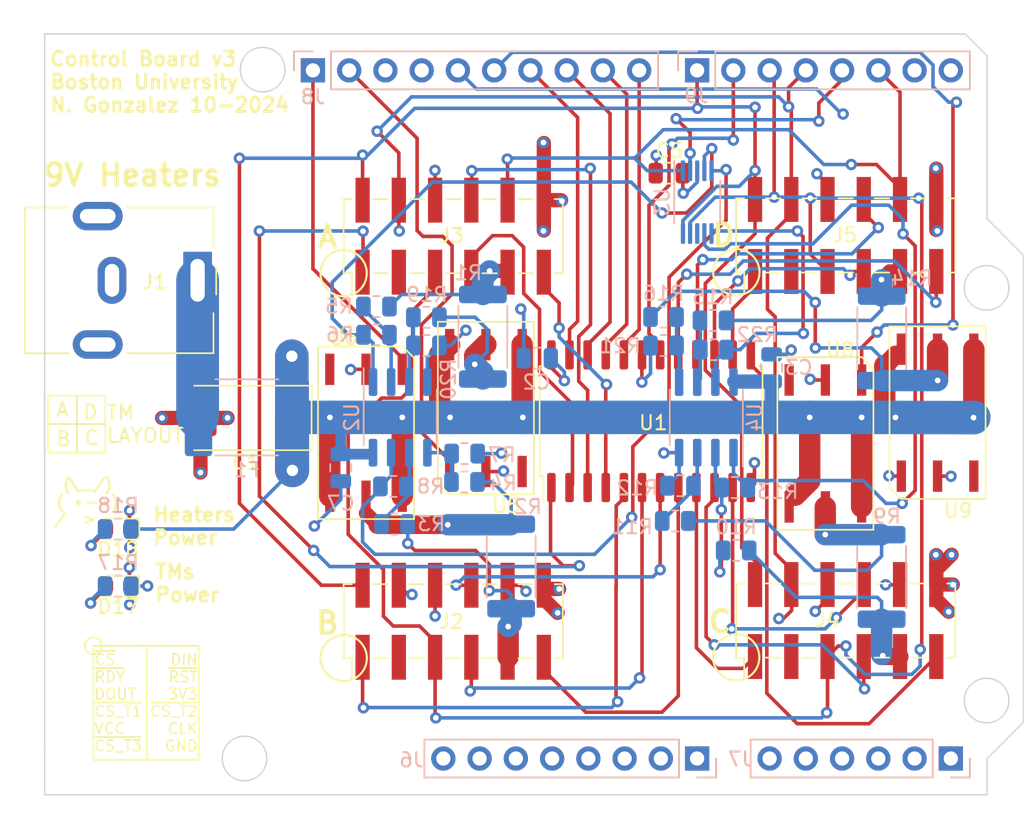
<source format=kicad_pcb>
(kicad_pcb (version 20221018) (generator pcbnew)
  (layers (0 "F.Cu" signal) (1 "In1.Cu" signal) (2 "In2.Cu" signal) (31 "B.Cu" signal) (34 "B.Paste" user) (35 "F.Paste" user) (36 "B.SilkS" user "B.Silkscreen") (37 "F.SilkS" user "F.Silkscreen") (38 "B.Mask" user) (39 "F.Mask" user) (44 "Edge.Cuts" user))
  (net 0 "")
  (net 1 "+9V")
  (net 2 "GND")
  (net 3 "+5V")
  (net 4 "2-Heater")
  (net 5 "1-Heater")
  (net 6 "3-Heater")
  (net 7 "4-Heater")
  (net 8 "S-D8")
  (net 9 "S-D9")
  (net 10 "S-D10")
  (net 11 "S-D11")
  (net 12 "H3-D18")
  (net 13 "H4-D19")
  (net 14 "CS")
  (net 15 "~{ENABLE}")
  (net 16 "Net-(D17-A)")
  (net 17 "Net-(D18-A)")
  (net 18 "/9V_IN")
  (net 19 "2-CS")
  (net 20 "DIN")
  (net 22 "~{RST}")
  (net 23 "DOUT")
  (net 24 "+3V3")
  (net 25 "2-CS_T1")
  (net 26 "2-CS_T2")
  (net 27 "CLK")
  (net 28 "2-CS_T3")
  (net 29 "1-CS")
  (net 30 "1-CS_T1")
  (net 31 "1-CS_T2")
  (net 32 "1-CS_T3")
  (net 33 "3-CS")
  (net 34 "3-CS_T1")
  (net 35 "3-CS_T2")
  (net 36 "3-CS_T3")
  (net 37 "4-CS")
  (net 38 "4-CS_T1")
  (net 39 "4-CS_T2")
  (net 40 "4-CS_T3")
  (net 41 "Vin")
  (net 42 "Reset")
  (net 43 "IOREF")
  (net 45 "A5")
  (net 46 "A4")
  (net 47 "A3")
  (net 48 "A2")
  (net 49 "A1")
  (net 50 "A0")
  (net 51 "AREF")
  (net 53 "Net-(U4A--)")
  (net 54 "/current-sensing/V_{h1}")
  (net 55 "Net-(U4B--)")
  (net 56 "/current-sensing/V_{h2}")
  (net 57 "/current-sensing/V_{h4}")
  (net 58 "/current-sensing/V_{h3}")
  (net 63 "H2-D12")
  (net 64 "H1-D13")
  (net 65 "Net-(U2A--)")
  (net 66 "Net-(U2B--)")
  (net 67 "Net-(R1-Pad1)")
  (net 68 "Net-(R2-Pad1)")
  (net 69 "Net-(R11-Pad2)")
  (net 70 "Net-(U4A-+)")
  (net 71 "Net-(R14-Pad1)")
  (net 72 "Net-(U2A-+)")
  (net 73 "Net-(U2B-+)")
  (net 74 "Net-(U4B-+)")
  (footprint "Capacitor_SMD:C_0805_2012Metric" (layer "F.Cu") (at 60.62 25.05 180)
    (fp_text reference "C5")
    (fp_text value "0.1uF")
  )
  (footprint "Package_SO:SOIC-6_New" (layer "F.Cu") (at 71.56 44 180)
    (fp_text reference "U8")
    (fp_text value "LCA701STR")
  )
  (footprint "Connector_PinHeader_2.54mm:PinHeader_2x06_P2.54mm_Vertical_SMD" (layer "F.Cu") (at 45.48 56.465 90)
    (fp_text reference "J2")
    (fp_text value "Header-M_2x6")
  )
  (footprint "Connector_PinHeader_2.54mm:PinHeader_2x06_P2.54mm_Vertical_SMD" (layer "F.Cu") (at 72.98 29.415 90)
    (fp_text reference "J5")
    (fp_text value "Header-M_2x6")
  )
  (footprint "Package_SO:SOIC-24W_7.5x15.4mm_P1.27mm" (layer "F.Cu") (at 59.345 42.44 90)
    (fp_text reference "U1")
    (fp_text value "CD74HCT154M")
  )
  (footprint "Package_SO:SOIC-6_New" (layer "F.Cu") (at 79.42 41.84)
    (fp_text reference "U9")
    (fp_text value "LCA701STR")
  )
  (footprint "Connector_BarrelJack:BarrelJack_CUI_PJ-063AH_Horizontal" (layer "F.Cu") (at 27.57 32.56 -90)
    (fp_text reference "J1")
    (fp_text value "Barrel_Jack")
  )
  (footprint "Connector_PinHeader_2.54mm:PinHeader_2x06_P2.54mm_Vertical_SMD" (layer "F.Cu") (at 45.48 29.465 90)
    (fp_text reference "J3")
    (fp_text value "Header-M_2x6")
  )
  (footprint "Package_SO:SOIC-6_New" (layer "F.Cu") (at 47.77 41.52)
    (fp_text reference "U6")
    (fp_text value "LCA701STR")
  )
  (footprint "LED_SMD:LED_0603_1608Metric" (layer "F.Cu") (at 22 54 180)
    (fp_text reference "D17")
    (fp_text value "GREEN LED")
  )
  (footprint "Connector_PinHeader_2.54mm:PinHeader_2x06_P2.54mm_Vertical_SMD" (layer "F.Cu") (at 72.98 56.415 90)
    (fp_text reference "J4")
    (fp_text value "Header-M_2x6")
  )
  (footprint "Package_SO:SOIC-6_New" (layer "F.Cu") (at 39.37 43.25 180)
    (fp_text reference "U5")
    (fp_text value "LCA701STR")
  )
  (footprint "Capacitor_Tantalum_SMD:CP_EIA-7343-43_Kemet-X_Pad2.25x2.55mm_HandSolder" (layer "F.Cu") (at 30.97 42.21 180)
    (fp_text reference "C1")
    (fp_text value "47uF")
  )
  (footprint "LED_SMD:LED_0603_1608Metric" (layer "F.Cu") (at 22 50 180)
    (fp_text reference "D18")
    (fp_text value "ORANGE LED")
  )
  (footprint "Resistor_SMD:R_2512_6332Metric" (layer "B.Cu") (at 75.51 36.63 90)
    (fp_text reference "R14")
    (fp_text value "0.003")
  )
  (footprint "Resistor_SMD:R_0805_2012Metric" (layer "B.Cu") (at 40.1 36.38)
    (fp_text reference "R6")
    (fp_text value "166K")
  )
  (footprint "Resistor_SMD:R_0805_2012Metric" (layer "B.Cu") (at 22 50 180)
    (fp_text reference "R18")
    (fp_text value "5K")
  )
  (footprint "Resistor_SMD:R_0805_2012Metric" (layer "B.Cu") (at 63.71 37.42 180)
    (fp_text reference "R22")
    (fp_text value "166K")
  )
  (footprint "Resistor_SMD:R_2512_6332Metric" (layer "B.Cu") (at 47.56 36.5175 90)
    (fp_text reference "R1")
    (fp_text value "0.003")
  )
  (footprint "Resistor_SMD:R_0805_2012Metric" (layer "B.Cu") (at 61.04 49.43)
    (fp_text reference "R11")
    (fp_text value "100")
  )
  (footprint "Connector_PinHeader_2.54mm:PinHeader_1x10_P2.54mm_Vertical" (layer "B.Cu") (at 35.65 17.84 -90)
    (fp_text reference "J8")
    (fp_text value "Header_1x10")
  )
  (footprint "Resistor_SMD:R_0805_2012Metric" (layer "B.Cu") (at 65.31 51.5 180)
    (fp_text reference "R10")
    (fp_text value "100")
  )
  (footprint "Package_SO:SOIC-8_3.9x4.9mm_P1.27mm" (layer "B.Cu") (at 63.215 42.17 90)
    (fp_text reference "U4")
    (fp_text value "Opamp_Dual")
  )
  (footprint "Capacitor_SMD:C_0805_2012Metric" (layer "B.Cu") (at 67.79 38.7 90)
    (fp_text reference "C3")
    (fp_text value "0.1uF")
  )
  (footprint "Resistor_SMD:R_0805_2012Metric" (layer "B.Cu") (at 46.27 46.7)
    (fp_text reference "R4")
    (fp_text value "100")
  )
  (footprint "Resistor_SMD:R_2512_6332Metric" (layer "B.Cu") (at 75.5 53.3575 -90)
    (fp_text reference "R9")
    (fp_text value "0.003")
  )
  (footprint "Resistor_SMD:R_2512_6332Metric" (layer "B.Cu") (at 49.54 52.6225 -90)
    (fp_text reference "R2")
    (fp_text value "0.003")
  )
  (footprint "Resistor_SMD:R_0805_2012Metric" (layer "B.Cu") (at 40.1 34.4 180)
    (fp_text reference "R5")
    (fp_text value "100")
  )
  (footprint "Connector_PinHeader_2.54mm:PinHeader_1x06_P2.54mm_Vertical" (layer "B.Cu") (at 80.35 66.09 90)
    (fp_text reference "J7")
    (fp_text value "Header_1x8")
  )
  (footprint "Resistor_SMD:R_0805_2012Metric" (layer "B.Cu") (at 61.4 46.96 180)
    (fp_text reference "R12")
    (fp_text value "166K")
  )
  (footprint "Fuse:Fuse_2920_7451Metric" (layer "B.Cu") (at 31.02 42.17)
    (fp_text reference "F1")
    (fp_text value "Bell_Fuse")
  )
  (footprint "Package_SO:SOIC-8_3.9x4.9mm_P1.27mm" (layer "B.Cu") (at 41.765 42.17 -90)
    (fp_text reference "U2")
    (fp_text value "Opamp_Dual")
  )
  (footprint "Resistor_SMD:R_0805_2012Metric" (layer "B.Cu") (at 41.29 47.01)
    (fp_text reference "R8")
    (fp_text value "166K")
  )
  (footprint "Resistor_SMD:R_0805_2012Metric" (layer "B.Cu") (at 65.21 47.09 180)
    (fp_text reference "R13")
    (fp_text value "166K")
  )
  (footprint "Resistor_SMD:R_0805_2012Metric" (layer "B.Cu") (at 41.37 49.65 180)
    (fp_text reference "R3")
    (fp_text value "100")
  )
  (footprint "Resistor_SMD:R_0805_2012Metric" (layer "B.Cu") (at 60.22 35.13 180)
    (fp_text reference "R16")
    (fp_text value "100")
  )
  (footprint "Resistor_SMD:R_0805_2012Metric" (layer "B.Cu") (at 43.6 37.13)
    (fp_text reference "R20")
    (fp_text value "166K")
  )
  (footprint "Resistor_SMD:R_0805_2012Metric" (layer "B.Cu") (at 46.28 44.71)
    (fp_text reference "R7")
    (fp_text value "166K")
  )
  (footprint "Resistor_SMD:R_0805_2012Metric" (layer "B.Cu") (at 43.6 35.15)
    (fp_text reference "R19")
    (fp_text value "100")
  )
  (footprint "Connector_PinHeader_2.54mm:PinHeader_1x08_P2.54mm_Vertical" (layer "B.Cu") (at 62.57 66.09 90)
    (fp_text reference "J6")
    (fp_text value "Header_1x8")
  )
  (footprint "Capacitor_SMD:C_0805_2012Metric" (layer "B.Cu") (at 37.6 45.7 -90)
    (fp_text reference "C7")
    (fp_text value "0.1uF")
  )
  (footprint "Resistor_SMD:R_0805_2012Metric" (layer "B.Cu") (at 63.68 35.37 180)
    (fp_text reference "R15")
    (fp_text value "100")
  )
  (footprint "Resistor_SMD:R_0805_2012Metric" (layer "B.Cu") (at 22 54 180)
    (fp_text reference "R17")
    (fp_text value "1K")
  )
  (footprint "Package_SO:VSSOP-10_3x3mm_P0.5mm" (layer "B.Cu") (at 62.58 27.08 -90)
    (fp_text reference "U3")
    (fp_text value "ADS1118")
  )
  (footprint "Capacitor_SMD:C_0805_2012Metric" (layer "B.Cu") (at 51.37 38.02)
    (fp_text reference "C2")
    (fp_text value "0.1uF")
  )
  (footprint "Connector_PinHeader_2.54mm:PinHeader_1x08_P2.54mm_Vertical" (layer "B.Cu") (at 62.57 17.84 -90)
    (fp_text reference "J9")
    (fp_text value "Header_1x8")
  )
  (footprint "Resistor_SMD:R_0805_2012Metric" (layer "B.Cu") (at 60.22 37.13 180)
    (fp_text reference "R21")
    (fp_text value "166K")
  )
  (gr_circle (center 20.27 58.185) (end 19.9 57.72) (stroke (width 0.12)) (fill none) (layer "F.SilkS"))
  (gr_rect (start 20.27 58.185) (end 27.64 66.175) (stroke (width 0.12)) (fill none) (layer "F.SilkS"))
  (gr_line (start 24 66.185) (end 24 58.195) (stroke (width 0.12)) (layer "F.SilkS"))
  (gr_rect (start 17.11 40.64) (end 21.11 44.64) (stroke (width 0.12)) (fill none) (layer "F.SilkS"))
  (gr_circle (center 65.31 58.991766) (end 63.84 58.306766) (stroke (width 0.15)) (fill none) (layer "F.SilkS"))
  (gr_circle (center 37.8 32.065) (end 36.33 31.38) (stroke (width 0.15)) (fill none) (layer "F.SilkS"))
  (gr_line (start 17.11 42.64) (end 21.11 42.64) (stroke (width 0.12)) (layer "F.SilkS"))
  (gr_line (start 19.11 44.64) (end 19.11 40.64) (stroke (width 0.12)) (layer "F.SilkS"))
  (gr_circle (center 65.32 31.991766) (end 63.85 31.306766) (stroke (width 0.15)) (fill none) (layer "F.SilkS"))
  (gr_circle (center 37.808234 59.05) (end 36.338234 58.365) (stroke (width 0.15)) (fill none) (layer "F.SilkS"))
  (gr_line (start 82.89 66.09) (end 82.89 68.63) (stroke (width 0.1)) (layer "Edge.Cuts"))
  (gr_circle (center 82.854161 33.09) (end 83.064161 34.64) (stroke (width 0.1)) (fill none) (layer "Edge.Cuts"))
  (gr_circle (center 30.854161 66.09) (end 31.064161 67.64) (stroke (width 0.1)) (fill none) (layer "Edge.Cuts"))
  (gr_line (start 82.89 16.82) (end 82.89 28.24) (stroke (width 0.1)) (layer "Edge.Cuts"))
  (gr_line (start 16.85 68.63) (end 16.85 65.45) (stroke (width 0.1)) (layer "Edge.Cuts"))
  (gr_line (start 82.89 68.63) (end 16.85 68.63) (stroke (width 0.1)) (layer "Edge.Cuts"))
  (gr_line (start 85.43 30.79) (end 85.43 63.55) (stroke (width 0.1)) (layer "Edge.Cuts"))
  (gr_circle (center 32.125839 17.79) (end 32.335839 19.34) (stroke (width 0.1)) (fill none) (layer "Edge.Cuts"))
  (gr_line (start 16.85 15.29) (end 81.37 15.29) (stroke (width 0.1)) (layer "Edge.Cuts"))
  (gr_line (start 81.37 15.29) (end 82.89 16.82) (stroke (width 0.1)) (layer "Edge.Cuts"))
  (gr_circle (center 82.854161 62.025839) (end 83.064161 63.575839) (stroke (width 0.1)) (fill none) (layer "Edge.Cuts"))
  (gr_line (start 16.85 65.45) (end 16.85 15.29) (stroke (width 0.1)) (layer "Edge.Cuts"))
  (gr_line (start 82.89 28.24) (end 85.43 30.79) (stroke (width 0.1)) (layer "Edge.Cuts"))
  (gr_line (start 85.43 63.55) (end 82.89 66.09) (stroke (width 0.1)) (layer "Edge.Cuts"))
  (gr_text "B" (at 18.16 43.68) (layer "F.SilkS") (effects (font (size 1 1))))
  (gr_text "C" (at 64.17 56.49) (layer "F.SilkS") (effects (font (size 1.5 1.5) (thickness 0.3) bold)))
  (gr_text "TM\nLAYOUT" (at 21.11 42.64) (layer "F.SilkS") (effects (font (size 1 1)) (justify left)))
  (gr_text "B" (at 36.66 56.59) (layer "F.SilkS") (effects (font (size 1.5 1.5) (thickness 0.3) bold)))
  (gr_text "Control Board v3\nBoston University\nN. Gonzalez 10-2024" (at 17.13 18.65) (layer "F.SilkS") (effects (font (size 1 1) (thickness 0.2) bold) (justify left)))
  (gr_text "DIN\n~{RST}\n3V3\n~{CS_T2}\nCLK\nGND" (at 27.64 62.18) (layer "F.SilkS") (effects (font (size 0.75 0.75) (thickness 0.1125)) (justify right)))
  (gr_text "     (\\__/)\n     ( •-•)\n  /  >" (at 18.43 48.09) (layer "F.SilkS") (effects (font (size 0.75 0.75) (thickness 0.15) bold)))
  (gr_text "A" (at 36.67 29.52) (layer "F.SilkS") (effects (font (size 1.5 1.5) (thickness 0.3) bold)))
  (gr_text "~{CS}\n~{RDY}\nDOUT\n~{CS_T1}\nVCC\n~{CS_T3}  " (at 20.27 62.18) (layer "F.SilkS") (effects (font (size 0.75 0.75) (thickness 0.1125)) (justify left)))
  (gr_text "D" (at 20.06 41.8) (layer "F.SilkS") (effects (font (size 1 1))))
  (gr_text "Heaters \nPower" (at 24.36 49.79) (layer "F.SilkS") (effects (font (size 1 1) (thickness 0.2) bold) (justify left)))
  (gr_text "A" (at 18.1 41.62) (layer "F.SilkS") (effects (font (size 1 1))))
  (gr_text "9V Heaters" (at 23 25.18) (layer "F.SilkS") (effects (font (size 1.5 1.5) (thickness 0.3) bold)))
  (gr_text "TMs\nPower" (at 24.5 53.8) (layer "F.SilkS") (effects (font (size 1 1) (thickness 0.2) bold) (justify left)))
  (gr_text "C" (at 20.15 43.61) (layer "F.SilkS") (effects (font (size 1 1))))
  (gr_text "D" (at 64.43 29.38) (layer "F.SilkS") (effects (font (size 1.5 1.5) (thickness 0.3) bold)))
  (segment (start 69.45 47.63) (end 70.46 46.62) (width 1.5) (layer "F.Cu") (net 1))
  (segment (start 44.53 41.44) (end 45.26 42.17) (width 1.5) (layer "F.Cu") (net 1))
  (segment (start 50.31 42.12) (end 50.36 42.17) (width 0.25) (layer "F.Cu") (net 1))
  (segment (start 34.17 42.21) (end 34.17 45.85) (width 2.35) (layer "F.Cu") (net 1))
  (segment (start 81.96 37.39) (end 81.96 42.17) (width 1.5) (layer "F.Cu") (net 1))
  (segment (start 75.72 38.55) (end 75.72 41.423524) (width 1.5) (layer "F.Cu") (net 1))
  (segment (start 76.48 37.79) (end 75.72 38.55) (width 1.3) (layer "F.Cu") (net 1))
  (segment (start 50.31 37.07) (end 50.31 42.12) (width 1.5) (layer "F.Cu") (net 1))
  (segment (start 41.91 47.7) (end 41.91 42.17) (width 1.5) (layer "F.Cu") (net 1))
  (segment (start 76.55 37.79) (end 76.48 37.79) (width 1.3) (layer "F.Cu") (net 1))
  (segment (start 70.46 46.62) (end 70.46 42.17) (width 1.5) (layer "F.Cu") (net 1))
  (segment (start 34.17 45.85) (end 34.21 45.89) (width 2.35) (layer "F.Cu") (net 1))
  (segment (start 75.72 41.423524) (end 76.47 42.173524) (width 1.5) (layer "F.Cu") (net 1))
  (segment (start 45.23 37.07) (end 44.53 37.77) (width 1.5) (layer "F.Cu") (net 1))
  (segment (start 34.17 42.21) (end 34.17 37.88) (width 2.35) (layer "F.Cu") (net 1))
  (segment (start 36.83 47.7) (end 36.83 42.18) (width 1.5) (layer "F.Cu") (net 1))
  (segment (start 74.1 48.45) (end 74.1 42.17) (width 1.5) (layer "F.Cu") (net 1))
  (segment (start 36.83 42.18) (end 36.84 42.17) (width 0.25) (layer "F.Cu") (net 1))
  (segment (start 44.53 37.77) (end 44.53 41.44) (width 1.5) (layer "F.Cu") (net 1))
  (via (at 41.91 42.17) (size 0.8) (drill 0.4) (layers "F.Cu" "B.Cu") (net 1))
  (via (at 76.47 42.173524) (size 0.8) (drill 0.4) (layers "F.Cu" "B.Cu") (net 1))
  (via (at 45.26 42.17) (size 0.8) (drill 0.4) (layers "F.Cu" "B.Cu") (net 1))
  (via (at 70.46 42.17) (size 0.8) (drill 0.4) (layers "F.Cu" "B.Cu") (net 1))
  (via (at 81.94 42.19) (size 0.8) (drill 0.4) (layers "F.Cu" "B.Cu") (net 1))
  (via (at 34.21 45.89) (size 1.6) (drill 0.8) (layers "F.Cu" "B.Cu") (net 1))
  (via (at 74.1 42.17) (size 0.8) (drill 0.4) (layers "F.Cu" "B.Cu") (net 1))
  (via (at 50.36 42.17) (size 0.8) (drill 0.4) (layers "F.Cu" "B.Cu") (net 1))
  (via (at 34.17 37.88) (size 1.6) (drill 0.8) (layers "F.Cu" "B.Cu") (net 1))
  (via (at 36.84 42.17) (size 0.8) (drill 0.4) (layers "F.Cu" "B.Cu") (net 1))
  (segment (start 37.6 42.93) (end 36.84 42.17) (width 0.25) (layer "B.Cu") (net 1))
  (segment (start 34.21 45.89) (end 34.21 42.3675) (width 2.35) (layer "B.Cu") (net 1))
  (segment (start 34.21 42.3675) (end 34.4075 42.17) (width 2.35) (layer "B.Cu") (net 1))
  (segment (start 41.91 42.17) (end 36.84 42.17) (width 2.35) (layer "B.Cu") (net 1))
  (segment (start 39.755 44.75) (end 39.86 44.645) (width 0.25) (layer "B.Cu") (net 1))
  (segment (start 74.1 42.17) (end 75.3 42.17) (width 2.35) (layer "B.Cu") (net 1))
  (segment (start 37.6 44.75) (end 39.755 44.75) (width 0.75) (layer "B.Cu") (net 1))
  (segment (start 67.88 42.17) (end 70.46 42.17) (width 2.35) (layer "B.Cu") (net 1))
  (segment (start 54.7 42.27) (end 54.6 42.17) (width 0.25) (layer "B.Cu") (net 1))
  (segment (start 75.8 42.67) (end 75.3 42.17) (width 0.25) (layer "B.Cu") (net 1))
  (segment (start 81.94 42.19) (end 81.96 42.17) (width 2.35) (layer "B.Cu") (net 1))
  (segment (start 34.17 41.9325) (end 34.4075 42.17) (width 2.35) (layer "B.Cu") (net 1))
  (segment (start 41.91 42.17) (end 45.26 42.17) (width 2.35) (layer "B.Cu") (net 1))
  (segment (start 30.1 50) (end 34.21 45.89) (width 0.25) (layer "B.Cu") (net 1))
  (segment (start 70.46 42.17) (end 74.1 42.17) (width 2.35) (layer "B.Cu") (net 1))
  (segment (start 34.17 37.88) (end 34.17 41.9325) (width 2.35) (layer "B.Cu") (net 1))
  (segment (start 67.79 42.08) (end 67.88 42.17) (width 0.25) (layer "B.Cu") (net 1))
  (segment (start 50.36 42.17) (end 54.6 42.17) (width 2.35) (layer "B.Cu") (net 1))
  (segment (start 36.84 42.17) (end 34.4075 42.17) (width 2.35) (layer "B.Cu") (net 1))
  (segment (start 67.79 39.65) (end 67.78 39.66) (width 1) (layer "B.Cu") (net 1))
  (segment (start 81.96 42.17) (end 81.97 42.18) (width 0.25) (layer "B.Cu") (net 1))
  (segment (start 67.78 39.66) (end 65.175 39.66) (width 1) (layer "B.Cu") (net 1))
  (segment (start 22.9125 50) (end 30.1 50) (width 0.25) (layer "B.Cu") (net 1))
  (segment (start 54.6 42.17) (end 67.88 42.17) (width 2.35) (layer "B.Cu") (net 1))
  (segment (start 67.79 39.65) (end 67.79 42.08) (width 1) (layer "B.Cu") (net 1))
  (segment (start 37.6 44.75) (end 37.6 42.93) (width 0.75) (layer "B.Cu") (net 1))
  (segment (start 45.26 42.17) (end 50.36 42.17) (width 2.35) (layer "B.Cu") (net 1))
  (segment (start 75.3 42.17) (end 81.94 42.19) (width 2.35) (layer "B.Cu") (net 1))
  (segment (start 80.2 55.8) (end 79.33 54.93) (width 1) (layer "F.Cu") (net 2))
  (segment (start 51.83 26.94) (end 51.83 29.07) (width 1) (layer "F.Cu") (net 2))
  (segment (start 51.84 26.95) (end 51.83 26.94) (width 0.25) (layer "F.Cu") (net 2))
  (segment (start 79.32 26.9) (end 79.33 26.89) (width 0.25) (layer "F.Cu") (net 2))
  (segment (start 80.49 53.89) (end 80.5 53.9) (width 0.25) (layer "F.Cu") (net 2))
  (segment (start 39.37 38.8) (end 38.31 38.8) (width 0.25) (layer "F.Cu") (net 2))
  (segment (start 52.9 54.2) (end 52.09 54.2) (width 1) (layer "F.Cu") (net 2))
  (segment (start 51.83 54.9055) (end 52.8 55.8755) (width 1) (layer "F.Cu") (net 2))
  (segment (start 51.83 52.53) (end 51.83 53.94) (width 0.25) (layer "F.Cu") (net 2))
  (segment (start 27.77 42.21) (end 27.77 46.04) (width 1) (layer "F.Cu") (net 2))
  (segment (start 52.09 54.2) (end 51.83 53.94) (width 0.25) (layer "F.Cu") (net 2))
  (segment (start 22.7875 51.277) (end 22.81 51.2995) (width 0.25) (layer "F.Cu") (net 2))
  (segment (start 22.7875 52.703) (end 22.79 52.7005) (width 0.25) (layer "F.Cu") (net 2))
  (segment (start 79.33 29.03) (end 79.4 29.1) (width 0.25) (layer "F.Cu") (net 2))
  (segment (start 79.33 53.89) (end 79.33 51.83) (width 1) (layer "F.Cu") (net 2))
  (segment (start 58.7 38.4) (end 58.71 38.39) (width 0.25) (layer "F.Cu") (net 2))
  (segment (start 22.7875 48.723) (end 22.81 48.7005) (width 0.25) (layer "F.Cu") (net 2))
  (segment (start 47.77 45.97) (end 48.9645 45.97) (width 0.25) (layer "F.Cu") (net 2))
  (segment (start 51.83 26.94) (end 53.04 26.94) (width 1) (layer "F.Cu") (net 2))
  (segment (start 48.9645 45.97) (end 49.0045 45.93) (width 0.25) (layer "F.Cu") (net 2))
  (segment (start 58.71 38.39) (end 58.71 37.79) (width 0.25) (layer "F.Cu") (net 2))
  (segment (start 38.31 38.8) (end 38.29 38.82) (width 0.25) (layer "F.Cu") (net 2))
  (segment (start 79.33 53.89) (end 80.49 53.89) (width 1) (layer "F.Cu") (net 2))
  (segment (start 70.54 39.55) (end 70.49 39.5) (width 0.25) (layer "F.Cu") (net 2))
  (segment (start 79.33 52.87) (end 80.4 51.8) (width 1) (layer "F.Cu") (net 2))
  (segment (start 79.33 54.93) (end 79.33 53.89) (width 0.25) (layer "F.Cu") (net 2))
  (segment (start 51.83 22.93) (end 51.8 22.9) (width 0.25) (layer "F.Cu") (net 2))
  (segment (start 59.7 23.8) (end 59.7 25.02) (width 0.25) (layer "F.Cu") (net 2))
  (segment (start 51.83 53.94) (end 51.83 54.9055) (width 0.25) (layer "F.Cu") (net 2))
  (segment (start 22.7875 55.277) (end 22.81 55.2995) (width 0.25) (layer "F.Cu") (net 2))
  (segment (start 29.660392 42.21) (end 29.667324 42.203068) (width 1) (layer "F.Cu") (net 2))
  (segment (start 80.35 46.29) (end 80.36 46.3) (width 0.25) (layer "F.Cu") (net 2))
  (segment (start 51.83 26.94) (end 51.83 22.93) (width 1) (layer "F.Cu") (net 2))
  (segment (start 79.33 51.83) (end 79.3 51.8) (width 0.25) (layer "F.Cu") (net 2))
  (segment (start 66.59 45.35) (end 66.59 46.83) (width 0.25) (layer "F.Cu") (net 2))
  (segment (start 79.42 46.29) (end 80.35 46.29) (width 0.25) (layer "F.Cu") (net 2))
  (segment (start 66.59 46.83) (end 66.33 47.09) (width 0.25) (layer "F.Cu") (net 2))
  (segment (start 51.83 29.07) (end 51.8 29.1) (width 0.25) (layer "F.Cu") (net 2))
  (segment (start 53.04 26.94) (end 53.1 27) (width 0.25) (layer "F.Cu") (net 2))
  (segment (start 27.77 42.21) (end 25.08 42.21) (width 1) (layer "F.Cu") (net 2))
  (segment (start 22.7875 54) (end 22.7875 52.703) (width 0.25) (layer "F.Cu") (net 2))
  (segment (start 58.7 39.7) (end 58.7 38.4) (width 0.25) (layer "F.Cu") (net 2))
  (segment (start 27.77 42.21) (end 29.660392 42.21) (width 1) (layer "F.Cu") (net 2))
  (segment (start 79.33 26.89) (end 79.33 24.73) (width 1) (layer "F.Cu") (net 2))
  (segment (start 79.33 26.89) (end 79.33 29.03) (width 1) (layer "F.Cu") (net 2))
  (segment (start 71.56 39.55) (end 70.54 39.55) (width 0.25) (layer "F.Cu") (net 2))
  (segment (start 22.7875 50) (end 22.7875 48.723) (width 0.25) (layer "F.Cu") (net 2))
  (segment (start 22.7875 54) (end 22.7875 55.277) (width 0.25) (layer "F.Cu") (net 2))
  (segment (start 79.33 53.89) (end 79.33 52.87) (width 0.25) (layer "F.Cu") (net 2))
  (segment (start 79.33 24.73) (end 79.3 24.7) (width 0.25) (layer "F.Cu") (net 2))
  (segment (start 22.7875 50) (end 22.7875 51.277) (width 0.25) (layer "F.Cu") (net 2))
  (segment (start 59.7 25.02) (end 59.67 25.05) (width 0.25) (layer "F.Cu") (net 2))
  (via (at 70.49 39.5) (size 0.8) (drill 0.4) (layers "F.Cu" "B.Cu") (net 2))
  (via (at 52.9 54.2) (size 0.8) (drill 0.4) (layers "F.Cu" "B.Cu") (net 2))
  (via (at 80.5 53.9) (size 0.8) (drill 0.4) (layers "F.Cu" "B.Cu") (net 2))
  (via (at 22.81 55.2995) (size 0.8) (drill 0.4) (layers "F.Cu" "B.Cu") (net 2))
  (via (at 29.667324 42.203068) (size 0.8) (drill 0.4) (layers "F.Cu" "B.Cu") (net 2))
  (via (at 80.4 51.8) (size 0.8) (drill 0.4) (layers "F.Cu" "B.Cu") (net 2))
  (via (at 69.16 37.45) (size 0.8) (drill 0.4) (layers "F.Cu" "B.Cu") (net 2))
  (via (at 48.86 44.68) (size 0.8) (drill 0.4) (layers "F.Cu" "B.Cu") (net 2))
  (via (at 60.24 44.67) (size 0.8) (drill 0.4) (layers "F.Cu" "B.Cu") (net 2))
  (via (at 22.79 52.7005) (size 0.8) (drill 0.4) (layers "F.Cu" "B.Cu") (net 2))
  (via (at 38.29 38.82) (size 0.8) (drill 0.4) (layers "F.Cu" "B.Cu") (net 2))
  (via (at 80.2 55.8) (size 0.8) (drill 0.4) (layers "F.Cu" "B.Cu") (net 2))
  (via (at 49.0045 45.93) (size 0.8) (drill 0.4) (layers "F.Cu" "B.Cu") (net 2))
  (via (at 53.1 27) (size 0.8) (drill 0.4) (layers "F.Cu" "B.Cu") (net 2))
  (via (at 51.8 22.9) (size 0.8) (drill 0.4) (layers "F.Cu" "B.Cu") (net 2))
  (via (at 22.81 48.7005) (size 0.8) (drill 0.4) (layers "F.Cu" "B.Cu") (net 2))
  (via (at 80.36 46.3) (size 0.8) (drill 0.4) (layers "F.Cu" "B.Cu") (net 2))
  (via (at 79.4 29.1) (size 0.8) (drill 0.4) (layers "F.Cu" "B.Cu") (net 2))
  (via (at 27.77 46.04) (size 0.8) (drill 0.4) (layers "F.Cu" "B.Cu") (net 2))
  (via (at 46.37 36.06) (size 0.8) (drill 0.4) (layers "F.Cu" "B.Cu") (net 2))
  (via (at 79.3 51.8) (size 0.8) (drill 0.4) (layers "F.Cu" "B.Cu") (net 2))
  (via (at 66.59 45.35) (size 0.8) (drill 0.4) (layers "F.Cu" "B.Cu") (net 2))
  (via (at 50.22 34.57) (size 0.8) (drill 0.4) (layers "F.Cu" "B.Cu") (net 2))
  (via (at 59.7 23.8) (size 0.8) (drill 0.4) (layers "F.Cu" "B.Cu") (net 2))
  (via (at 52.8 55.8755) (size 0.8) (drill 0.4) (layers "F.Cu" "B.Cu") (net 2))
  (via (at 51.8 29.1) (size 0.8) (drill 0.4) (layers "F.Cu" "B.Cu") (net 2))
  (via (at 79.3 24.7) (size 0.8) (drill 0.4) (layers "F.Cu" "B.Cu") (net 2))
  (via (at 58.7 39.7) (size 0.8) (drill 0.4) (layers "F.Cu" "B.Cu") (net 2))
  (via (at 22.81 51.2995) (size 0.8) (drill 0.4) (layers "F.Cu" "B.Cu") (net 2))
  (via (at 25.08 42.21) (size 0.8) (drill 0.4) (layers "F.Cu" "B.Cu") (net 2))
  (via (at 35.75 49.79) (size 0.8) (drill 0.4) (layers "F.Cu" "B.Cu") (net 2))
  (segment (start 43.67 37.9725) (end 44.5125 37.13) (width 0.25) (layer "B.Cu") (net 2))
  (segment (start 59.3075 37.13) (end 59.3075 39.0925) (width 0.25) (layer "B.Cu") (net 2))
  (segment (start 61.31 46.1375) (end 60.4875 46.96) (width 0.25) (layer "B.Cu") (net 2))
  (segment (start 48.83 44.71) (end 48.86 44.68) (width 0.25) (layer "B.Cu") (net 2))
  (segment (start 61.31 44.645) (end 60.265 44.645) (width 0.25) (layer "B.Cu") (net 2))
  (segment (start 60.265 44.645) (end 60.24 44.67) (width 0.25) (layer "B.Cu") (net 2))
  (segment (start 44.5125 37.13) (end 45.3 37.13) (width 0.25) (layer "B.Cu") (net 2))
  (segment (start 67.79 37.75) (end 68.86 37.75) (width 0.25) (layer "B.Cu") (net 2))
  (segment (start 37.6 47.94) (end 35.75 49.79) (width 0.25) (layer "B.Cu") (net 2))
  (segment (start 68.86 37.75) (end 69.16 37.45) (width 0.25) (layer "B.Cu") (net 2))
  (segment (start 50.42 34.77) (end 50.22 34.57) (width 0.25) (layer "B.Cu") (net 2))
  (segment (start 47.1925 44.71) (end 48.83 44.71) (width 0.25) (layer "B.Cu") (net 2))
  (segment (start 59.3075 39.0925) (end 58.7 39.7) (width 0.25) (layer "B.Cu") (net 2))
  (segment (start 45.3 37.13) (end 46.37 36.06) (width 0.25) (layer "B.Cu") (net 2))
  (segment (start 50.42 38.02) (end 50.42 34.77) (width 0.25) (layer "B.Cu") (net 2))
  (segment (start 43.67 39.695) (end 43.67 37.9725) (width 0.25) (layer "B.Cu") (net 2))
  (segment (start 61.31 44.645) (end 61.31 46.1375) (width 0.25) (layer "B.Cu") (net 2))
  (segment (start 37.6 46.65) (end 37.6 47.94) (width 0.25) (layer "B.Cu") (net 2))
  (segment (start 44.21 24.86) (end 44.2 24.85) (width 0.25) (layer "F.Cu") (net 3))
  (segment (start 71.71 53.89) (end 71.71 54.91) (width 0.25) (layer "F.Cu") (net 3))
  (segment (start 71.71 25.83) (end 70.97 25.09) (width 0.25) (layer "F.Cu") (net 3))
  (segment (start 71.71 54.91) (end 70.85 55.77) (width 0.25) (layer "F.Cu") (net 3))
  (segment (start 61.6 26.45) (end 61.57 26.42) (width 0.25) (layer "F.Cu") (net 3))
  (segment (start 52.36 38.69) (end 53.27 39.6) (width 0.25) (layer "F.Cu") (net 3))
  (segment (start 44.21 26.94) (end 44.21 24.86) (width 0.25) (layer "F.Cu") (net 3))
  (segment (start 61.57 26.42) (end 61.57 25.05) (width 0.25) (layer "F.Cu") (net 3))
  (segment (start 71.71 26.89) (end 71.71 25.83) (width 0.25) (layer "F.Cu") (net 3))
  (segment (start 44.21 53.94) (end 44.21 56.1) (width 0.25) (layer "F.Cu") (net 3))
  (segment (start 52.36 37.79) (end 52.36 38.69) (width 0.25) (layer "F.Cu") (net 3))
  (via (at 61.6 26.45) (size 0.8) (drill 0.4) (layers "F.Cu" "B.Cu") (net 3))
  (via (at 70.97 25.09) (size 0.8) (drill 0.4) (layers "F.Cu" "B.Cu") (net 3))
  (via (at 44.21 56.1) (size 0.8) (drill 0.4) (layers "F.Cu" "B.Cu") (net 3))
  (via (at 70.85 55.77) (size 0.8) (drill 0.4) (layers "F.Cu" "B.Cu") (net 3))
  (via (at 24.06 53.99) (size 0.8) (drill 0.4) (layers "F.Cu" "B.Cu") (net 3))
  (via (at 53.27 39.6) (size 0.8) (drill 0.4) (layers "F.Cu" "B.Cu") (net 3))
  (via (at 44.2 24.85) (size 0.8) (drill 0.4) (layers "F.Cu" "B.Cu") (net 3))
  (segment (start 53.27 39.6) (end 53.27 38.97) (width 0.25) (layer "B.Cu") (net 3))
  (segment (start 62.58 25.670685) (end 62.58 24.88) (width 0.25) (layer "B.Cu") (net 3))
  (segment (start 53.27 38.97) (end 52.32 38.02) (width 0.25) (layer "B.Cu") (net 3))
  (segment (start 61.6 26.45) (end 61.800685 26.45) (width 0.25) (layer "B.Cu") (net 3))
  (segment (start 61.800685 26.45) (end 62.58 25.670685) (width 0.25) (layer "B.Cu") (net 3))
  (segment (start 22.9125 54) (end 24.05 54) (width 0.25) (layer "B.Cu") (net 3))
  (segment (start 24.05 54) (end 24.06 53.99) (width 0.25) (layer "B.Cu") (net 3))
  (segment (start 49.29 57.92) (end 49.29 58.99) (width 0.25) (layer "F.Cu") (net 4))
  (segment (start 42.79 51.5) (end 47.035 51.5) (width 0.25) (layer "F.Cu") (net 4))
  (segment (start 47.035 51.5) (end 48.01 52.475) (width 0.25) (layer "F.Cu") (net 4))
  (segment (start 49.33 58.95) (end 49.29 58.99) (width 0.25) (layer "F.Cu") (net 4))
  (segment (start 42.3 51.01) (end 42.79 51.5) (width 0.25) (layer "F.Cu") (net 4))
  (segment (start 48.01 52.475) (end 48.01 54.32) (width 0.25) (layer "F.Cu") (net 4))
  (segment (start 49.33 56.84) (end 49.33 58.95) (width 1.5) (layer "F.Cu") (net 4))
  (via (at 49.33 56.84) (size 0.8) (drill 0.4) (layers "F.Cu" "B.Cu") (net 4))
  (via (at 42.3 51.01) (size 0.8) (drill 0.4) (layers "F.Cu" "B.Cu") (net 4))
  (via (at 48.01 54.32) (size 0.8) (drill 0.4) (layers "F.Cu" "B.Cu") (net 4))
  (segment (start 48.01 54.32) (end 49.24 54.32) (width 0.25) (layer "B.Cu") (net 4))
  (segment (start 49.54 56.63) (end 49.33 56.84) (width 1.5) (layer "B.Cu") (net 4))
  (segment (start 49.54 54.62) (end 49.54 55.585) (width 0.25) (layer "B.Cu") (net 4))
  (segment (start 42.3 51.01) (end 42.3 49.6675) (width 0.25) (layer "B.Cu") (net 4))
  (segment (start 42.3 49.6675) (end 42.2825 49.65) (width 0.25) (layer "B.Cu") (net 4))
  (segment (start 49.54 55.585) (end 49.54 56.63) (width 1.5) (layer "B.Cu") (net 4))
  (segment (start 49.24 54.32) (end 49.54 54.62) (width 0.25) (layer "B.Cu") (net 4))
  (segment (start 48.03 31.9) (end 49.2 31.9) (width 1) (layer "F.Cu") (net 5))
  (segment (start 49.2 31.9) (end 49.29 31.99) (width 0.25) (layer "F.Cu") (net 5))
  (via (at 48.03 31.9) (size 0.8) (drill 0.4) (layers "F.Cu" "B.Cu") (net 5))
  (segment (start 41.8575 33.555) (end 47.56 33.555) (width 0.25) (layer "B.Cu") (net 5))
  (segment (start 41.0125 34.4) (end 41.8575 33.555) (width 0.25) (layer "B.Cu") (net 5))
  (segment (start 47.56 33.555) (end 47.56 32.37) (width 1.5) (layer "B.Cu") (net 5))
  (segment (start 47.56 32.37) (end 48.03 31.9) (width 1.5) (layer "B.Cu") (net 5))
  (segment (start 75.64 58.94) (end 75.58 58.88) (width 0.25) (layer "F.Cu") (net 6))
  (segment (start 76.79 58.94) (end 75.64 58.94) (width 1.2) (layer "F.Cu") (net 6))
  (via (at 75.58 58.88) (size 0.8) (drill 0.4) (layers "F.Cu" "B.Cu") (net 6))
  (segment (start 75.5 58.8) (end 75.58 58.88) (width 0.25) (layer "B.Cu") (net 6))
  (segment (start 66.2225 51.5) (end 69.5125 54.79) (width 0.25) (layer "B.Cu") (net 6))
  (segment (start 69.5125 54.79) (end 75.2 54.79) (width 0.25) (layer "B.Cu") (net 6))
  (segment (start 75.5 55.09) (end 75.5 56.32) (width 0.25) (layer "B.Cu") (net 6))
  (segment (start 75.2 54.79) (end 75.5 55.09) (width 0.25) (layer "B.Cu") (net 6))
  (segment (start 75.5 56.32) (end 75.5 58.8) (width 1.5) (layer "B.Cu") (net 6))
  (segment (start 76.06 31.94) (end 75.49 32.51) (width 1) (layer "F.Cu") (net 7))
  (segment (start 76.79 31.94) (end 76.06 31.94) (width 1) (layer "F.Cu") (net 7))
  (via (at 75.49 32.51) (size 0.8) (drill 0.4) (layers "F.Cu" "B.Cu") (net 7))
  (segment (start 75.51 33.6675) (end 75.51 32.53) (width 1.5) (layer "B.Cu") (net 7))
  (segment (start 64.5925 35.37) (end 74.77 35.37) (width 0.25) (layer "B.Cu") (net 7))
  (segment (start 75.51 32.53) (end 75.49 32.51) (width 0.25) (layer "B.Cu") (net 7))
  (segment (start 75.51 34.63) (end 75.51 33.6675) (width 0.25) (layer "B.Cu") (net 7))
  (segment (start 74.77 35.37) (end 75.51 34.63) (width 0.25) (layer "B.Cu") (net 7))
  (segment (start 57.44 37.08) (end 57.44 37.79) (width 0.25) (layer "F.Cu") (net 8))
  (segment (start 58.51 36.01) (end 57.44 37.08) (width 0.25) (layer "F.Cu") (net 8))
  (segment (start 58.51 17.84) (end 58.51 36.01) (width 0.25) (layer "F.Cu") (net 8))
  (segment (start 57.64 19.51) (end 57.64 35.63) (width 0.25) (layer "F.Cu") (net 9))
  (segment (start 55.97 17.84) (end 57.64 19.51) (width 0.25) (layer "F.Cu") (net 9))
  (segment (start 57.64 35.63) (end 56.17 37.1) (width 0.25) (layer "F.Cu") (net 9))
  (segment (start 56.17 37.1) (end 56.17 37.79) (width 0.25) (layer "F.Cu") (net 9))
  (segment (start 54.9 37.06) (end 54.9 37.79) (width 0.25) (layer "F.Cu") (net 10))
  (segment (start 56.47 35.49) (end 54.9 37.06) (width 0.25) (layer "F.Cu") (net 10))
  (segment (start 56.47 20.88) (end 56.47 35.49) (width 0.25) (layer "F.Cu") (net 10))
  (segment (start 53.43 17.84) (end 56.47 20.88) (width 0.25) (layer "F.Cu") (net 10))
  (segment (start 50.89 17.84) (end 54.2 21.15) (width 0.25) (layer "F.Cu") (net 11))
  (segment (start 53.63 36) (end 53.63 37.79) (width 0.25) (layer "F.Cu") (net 11))
  (segment (start 54.2 35.43) (end 53.63 36) (width 0.25) (layer "F.Cu") (net 11))
  (segment (start 54.2 21.15) (end 54.2 35.43) (width 0.25) (layer "F.Cu") (net 11))
  (segment (start 80.5 35.69) (end 80.5 20.31) (width 0.25) (layer "F.Cu") (net 12))
  (segment (start 75.18 36.19) (end 74.1 37.27) (width 0.25) (layer "F.Cu") (net 12))
  (segment (start 80.5 20.31) (end 80.74 20.07) (width 0.25) (layer "F.Cu") (net 12))
  (segment (start 74.1 37.27) (end 74.1 39.55) (width 0.25) (layer "F.Cu") (net 12))
  (via (at 75.18 36.19) (size 0.8) (drill 0.4) (layers "F.Cu" "B.Cu") (net 12))
  (via (at 80.5 35.69) (size 0.8) (drill 0.4) (layers "F.Cu" "B.Cu") (net 12))
  (via (at 80.74 20.07) (size 0.8) (drill 0.4) (layers "F.Cu" "B.Cu") (net 12))
  (segment (start 80.19 20.07) (end 79.1 18.98) (width 0.25) (layer "B.Cu") (net 12))
  (segment (start 79.1 18.98) (end 79.1 17.468299) (width 0.25) (layer "B.Cu") (net 12))
  (segment (start 80.74 20.07) (end 80.19 20.07) (width 0.25) (layer "B.Cu") (net 12))
  (segment (start 75.68 35.69) (end 75.18 36.19) (width 0.25) (layer "B.Cu") (net 12))
  (segment (start 78.201701 16.57) (end 49.62 16.57) (width 0.25) (layer "B.Cu") (net 12))
  (segment (start 80.5 35.69) (end 75.68 35.69) (width 0.25) (layer "B.Cu") (net 12))
  (segment (start 79.1 17.468299) (end 78.201701 16.57) (width 0.25) (layer "B.Cu") (net 12))
  (segment (start 49.62 16.57) (end 48.35 17.84) (width 0.25) (layer "B.Cu") (net 12))
  (segment (start 76.03 46.29) (end 76.01 46.27) (width 0.25) (layer "F.Cu") (net 13))
  (segment (start 76.88 46.29) (end 76.03 46.29) (width 0.25) (layer "F.Cu") (net 13))
  (via (at 76.01 46.27) (size 0.8) (drill 0.4) (layers "F.Cu" "B.Cu") (net 13))
  (via (at 72.8 20.9) (size 0.8) (drill 0.4) (layers "F.Cu" "B.Cu") (net 13))
  (segment (start 72.7 20.9) (end 70.95 19.15) (width 0.25) (layer "B.Cu") (net 13))
  (segment (start 72.8 20.9) (end 72.7 20.9) (width 0.25) (layer "B.Cu") (net 13))
  (segment (start 47.12 19.15) (end 45.81 17.84) (width 0.25) (layer "B.Cu") (net 13))
  (segment (start 70.95 19.15) (end 47.12 19.15) (width 0.25) (layer "B.Cu") (net 13))
  (segment (start 71.1 21.4) (end 71.1 20.13) (width 0.25) (layer "F.Cu") (net 14))
  (segment (start 72.73 18.5) (end 72.73 17.84) (width 0.25) (layer "F.Cu") (net 14))
  (segment (start 71.1 20.13) (end 72.73 18.5) (width 0.25) (layer "F.Cu") (net 14))
  (segment (start 61.1 21.2245) (end 62.08 22.2045) (width 0.25) (layer "F.Cu") (net 14))
  (segment (start 62.08 22.2045) (end 62.08 23.65) (width 0.25) (layer "F.Cu") (net 14))
  (via (at 71.1 21.4) (size 0.8) (drill 0.4) (layers "F.Cu" "B.Cu") (net 14))
  (via (at 62.08 23.65) (size 0.8) (drill 0.4) (layers "F.Cu" "B.Cu") (net 14))
  (via (at 61.1 21.2245) (size 0.8) (drill 0.4) (layers "F.Cu" "B.Cu") (net 14))
  (segment (start 62.08 23.65) (end 62.08 24.88) (width 0.25) (layer "B.Cu") (net 14))
  (segment (start 71 21.3) (end 71.1 21.4) (width 0.25) (layer "B.Cu") (net 14))
  (segment (start 61.1 21.2245) (end 61.1755 21.3) (width 0.25) (layer "B.Cu") (net 14))
  (segment (start 61.1755 21.3) (end 71 21.3) (width 0.25) (layer "B.Cu") (net 14))
  (segment (start 60.6 23.2045) (end 60.6 25.9) (width 0.25) (layer "F.Cu") (net 15))
  (segment (start 59.2 27.3) (end 59.2 36.3) (width 0.25) (layer "F.Cu") (net 15))
  (segment (start 60.6 25.9) (end 59.2 27.3) (width 0.25) (layer "F.Cu") (net 15))
  (segment (start 60.8 23.0045) (end 60.6 23.2045) (width 0.25) (layer "F.Cu") (net 15))
  (segment (start 59.98 37.08) (end 59.98 37.79) (width 0.25) (layer "F.Cu") (net 15))
  (segment (start 65.11 22.7245) (end 65.11 17.84) (width 0.25) (layer "F.Cu") (net 15))
  (segment (start 59.2 36.3) (end 59.98 37.08) (width 0.25) (layer "F.Cu") (net 15))
  (via (at 60.8 23.0045) (size 0.8) (drill 0.4) (layers "F.Cu" "B.Cu") (net 15))
  (via (at 65.11 22.7245) (size 0.8) (drill 0.4) (layers "F.Cu" "B.Cu") (net 15))
  (segment (start 64.9855 22.6) (end 61.2045 22.6) (width 0.25) (layer "B.Cu") (net 15))
  (segment (start 61.2045 22.6) (end 60.8 23.0045) (width 0.25) (layer "B.Cu") (net 15))
  (segment (start 65.11 22.7245) (end 64.9855 22.6) (width 0.25) (layer "B.Cu") (net 15))
  (segment (start 21.2125 54.0475) (end 20.07 55.19) (width 0.25) (layer "F.Cu") (net 16))
  (segment (start 21.2125 54) (end 21.2125 54.0475) (width 0.25) (layer "F.Cu") (net 16))
  (via (at 20.07 55.19) (size 0.8) (drill 0.4) (layers "F.Cu" "B.Cu") (net 16))
  (segment (start 20.07 55.0175) (end 21.0875 54) (width 0.25) (layer "B.Cu") (net 16))
  (segment (start 20.07 55.19) (end 20.07 55.0175) (width 0.25) (layer "B.Cu") (net 16))
  (segment (start 21.2125 50.0475) (end 20.1 51.16) (width 0.25) (layer "F.Cu") (net 17))
  (segment (start 21.2125 50) (end 21.2125 50.0475) (width 0.25) (layer "F.Cu") (net 17))
  (via (at 20.1 51.16) (size 0.8) (drill 0.4) (layers "F.Cu" "B.Cu") (net 17))
  (segment (start 20.1 50.9875) (end 21.0875 50) (width 0.25) (layer "B.Cu") (net 17))
  (segment (start 20.1 51.16) (end 20.1 50.9875) (width 0.25) (layer "B.Cu") (net 17))
  (segment (start 27.57 42.1075) (end 27.6325 42.17) (width 0.25) (layer "B.Cu") (net 18))
  (segment (start 27.57 32.56) (end 27.57 42.1075) (width 3) (layer "B.Cu") (net 18))
  (segment (start 39.19 62.53) (end 39.13 62.47) (width 0.25) (layer "F.Cu") (net 19))
  (segment (start 56.9 48.37) (end 57.44 47.83) (width 0.25) (layer "F.Cu") (net 19))
  (segment (start 39.13 62.47) (end 39.13 58.99) (width 0.25) (layer "F.Cu") (net 19))
  (segment (start 56.9 54.04) (end 56.9 48.37) (width 0.25) (layer "F.Cu") (net 19))
  (segment (start 57 62.1) (end 56.89 61.99) (width 0.25) (layer "F.Cu") (net 19))
  (segment (start 56.89 61.99) (end 56.89 54.05) (width 0.25) (layer "F.Cu") (net 19))
  (segment (start 57.44 47.83) (end 57.44 47.09) (width 0.25) (layer "F.Cu") (net 19))
  (segment (start 56.89 54.05) (end 56.9 54.04) (width 0.25) (layer "F.Cu") (net 19))
  (via (at 39.19 62.53) (size 0.8) (drill 0.4) (layers "F.Cu" "B.Cu") (net 19))
  (via (at 57 62.1) (size 0.8) (drill 0.4) (layers "F.Cu" "B.Cu") (net 19))
  (segment (start 57 62.1) (end 56.58 62.52) (width 0.25) (layer "B.Cu") (net 19))
  (segment (start 56.58 62.52) (end 44.565305 62.52) (width 0.25) (layer "B.Cu") (net 19))
  (segment (start 39.205 62.515) (end 39.19 62.53) (width 0.25) (layer "B.Cu") (net 19))
  (segment (start 44.560305 62.515) (end 39.205 62.515) (width 0.25) (layer "B.Cu") (net 19))
  (segment (start 44.565305 62.52) (end 44.560305 62.515) (width 0.25) (layer "B.Cu") (net 19))
  (segment (start 66.955 52.565) (end 65.7 51.31) (width 0.25) (layer "F.Cu") (net 20))
  (segment (start 65.7 41.416751) (end 63.145 38.861751) (width 0.25) (layer "F.Cu") (net 20))
  (segment (start 39.13 23.78) (end 39.13 26.94) (width 0.25) (layer "F.Cu") (net 20))
  (segment (start 30.5 30.9) (end 30.5 24) (width 0.25) (layer "F.Cu") (net 20))
  (segment (start 62.57 20.47) (end 62.57 17.84) (width 0.25) (layer "F.Cu") (net 20))
  (segment (start 65.7 51.31) (end 65.7 41.416751) (width 0.25) (layer "F.Cu") (net 20))
  (segment (start 36.24 53.94) (end 39.13 53.94) (width 0.25) (layer "F.Cu") (net 20))
  (segment (start 63.145 38.861751) (end 63.145 32.785) (width 0.25) (layer "F.Cu") (net 20))
  (segment (start 66.63 20.4245) (end 66.63 24.86) (width 0.25) (layer "F.Cu") (net 20))
  (segment (start 66.63 53.89) (end 66.955 53.565) (width 0.25) (layer "F.Cu") (net 20))
  (segment (start 62.6 20.5) (end 62.57 20.47) (width 0.25) (layer "F.Cu") (net 20))
  (segment (start 63.145 32.785) (end 66.63 29.3) (width 0.25) (layer "F.Cu") (net 20))
  (segment (start 30.5 48.2) (end 36.24 53.94) (width 0.25) (layer "F.Cu") (net 20))
  (segment (start 66.63 29.3) (end 66.63 26.89) (width 0.25) (layer "F.Cu") (net 20))
  (segment (start 66.63 24.86) (end 66.63 26.89) (width 0.25) (layer "F.Cu") (net 20))
  (segment (start 30.5 30.9) (end 30.5 48.2) (width 0.25) (layer "F.Cu") (net 20))
  (via (at 30.5 24) (size 0.8) (drill 0.4) (layers "F.Cu" "B.Cu") (net 20))
  (via (at 66.63 24.86) (size 0.8) (drill 0.4) (layers "F.Cu" "B.Cu") (net 20))
  (via (at 39.13 23.78) (size 0.8) (drill 0.4) (layers "F.Cu" "B.Cu") (net 20))
  (via (at 66.63 20.4245) (size 0.8) (drill 0.4) (layers "F.Cu" "B.Cu") (net 20))
  (via (at 62.6 20.5) (size 0.8) (drill 0.4) (layers "F.Cu" "B.Cu") (net 20))
  (segment (start 65.52 25.97) (end 63.962919 25.97) (width 0.25) (layer "B.Cu") (net 20))
  (segment (start 42.779805 20.5) (end 39.499805 23.78) (width 0.25) (layer "B.Cu") (net 20))
  (segment (start 38.91 24) (end 39.13 23.78) (width 0.25) (layer "B.Cu") (net 20))
  (segment (start 66.63 20.4245) (end 66.6055 20.4) (width 0.25) (layer "B.Cu") (net 20))
  (segment (start 39.499805 23.78) (end 39.13 23.78) (width 0.25) (layer "B.Cu") (net 20))
  (segment (start 30.5 24) (end 38.91 24) (width 0.25) (layer "B.Cu") (net 20))
  (segment (start 66.6055 20.4) (end 62.7 20.4) (width 0.25) (layer "B.Cu") (net 20))
  (segment (start 63.962919 25.97) (end 61.58 28.352919) (width 0.25) (layer "B.Cu") (net 20))
  (segment (start 66.63 24.86) (end 65.52 25.97) (width 0.25) (layer "B.Cu") (net 20))
  (segment (start 62.7 20.4) (end 62.6 20.5) (width 0.25) (layer "B.Cu") (net 20))
  (segment (start 61.58 28.352919) (end 61.58 29.28) (width 0.25) (layer "B.Cu") (net 20))
  (segment (start 62.6 20.5) (end 42.779805 20.5) (width 0.25) (layer "B.Cu") (net 20))
  (segment (start 68.3 56.2755) (end 68.6245 56.2755) (width 0.25) (layer "F.Cu") (net 22))
  (segment (start 68.98 19.05) (end 70.19 17.84) (width 0.25) (layer "F.Cu") (net 22))
  (segment (start 41.67 29.07) (end 41.7 29.1) (width 0.25) (layer "F.Cu") (net 22))
  (segment (start 67.5 34.586827) (end 68.04 35.126827) (width 0.25) (layer "F.Cu") (net 22))
  (segment (start 41.67 26.94) (end 41.67 29.07) (width 0.25) (layer "F.Cu") (net 22))
  (segment (start 68.6245 56.2755) (end 69.2 55.7) (width 0.25) (layer "F.Cu") (net 22))
  (segment (start 68.04 35.126827) (end 68.04 51.7) (width 0.25) (layer "F.Cu") (net 22))
  (segment (start 69.2 55.7) (end 69.2 53.92) (width 0.25) (layer "F.Cu") (net 22))
  (segment (start 69.17 26.89) (end 69.17 20.58) (width 0.25) (layer "F.Cu") (net 22))
  (segment (start 69.17 26.89) (end 69.17 27.93) (width 0.25) (layer "F.Cu") (net 22))
  (segment (start 68.04 51.7) (end 69.17 52.83) (width 0.25) (layer "F.Cu") (net 22))
  (segment (start 69.17 27.93) (end 67.5 29.6) (width 0.25) (layer "F.Cu") (net 22))
  (segment (start 42.32 54.59) (end 41.67 53.94) (width 0.25) (layer "F.Cu") (net 22))
  (segment (start 42.59 54.59) (end 42.32 54.59) (width 0.25) (layer "F.Cu") (net 22))
  (segment (start 69.2 53.92) (end 69.17 53.89) (width 0.25) (layer "F.Cu") (net 22))
  (segment (start 68.98 20.39) (end 68.98 19.05) (width 0.25) (layer "F.Cu") (net 22))
  (segment (start 69.17 20.58) (end 68.98 20.39) (width 0.25) (layer "F.Cu") (net 22))
  (segment (start 69.17 52.83) (end 69.17 53.89) (width 0.25) (layer "F.Cu") (net 22))
  (segment (start 41.67 23.629999) (end 41.67 26.94) (width 0.25) (layer "F.Cu") (net 22))
  (segment (start 67.5 29.6) (end 67.5 34.586827) (width 0.25) (layer "F.Cu") (net 22))
  (segment (start 40.147604 22.107603) (end 41.67 23.629999) (width 0.25) (layer "F.Cu") (net 22))
  (via (at 41.7 29.1) (size 0.8) (drill 0.4) (layers "F.Cu" "B.Cu") (net 22))
  (via (at 68.98 20.39) (size 0.8) (drill 0.4) (layers "F.Cu" "B.Cu") (net 22))
  (via (at 40.147604 22.107603) (size 0.8) (drill 0.4) (layers "F.Cu" "B.Cu") (net 22))
  (via (at 68.3 56.2755) (size 0.8) (drill 0.4) (layers "F.Cu" "B.Cu") (net 22))
  (via (at 42.59 54.59) (size 0.8) (drill 0.4) (layers "F.Cu" "B.Cu") (net 22))
  (segment (start 42.555207 19.7) (end 68.29 19.7) (width 0.25) (layer "B.Cu") (net 22))
  (segment (start 40.147604 22.107603) (end 42.555207 19.7) (width 0.25) (layer "B.Cu") (net 22))
  (segment (start 68.29 19.7) (end 68.98 20.39) (width 0.25) (layer "B.Cu") (net 22))
  (segment (start 42.64 34.68) (end 42.64 40.03) (width 0.25) (layer "F.Cu") (net 23))
  (segment (start 40.59 56.115305) (end 41.274695 56.8) (width 0.25) (layer "F.Cu") (net 23))
  (segment (start 44.26 63.24) (end 44.21 63.19) (width 0.25) (layer "F.Cu") (net 23))
  (segment (start 71.71 30.89) (end 71.71 31.94) (width 0.25) (layer "F.Cu") (net 23))
  (segment (start 38.12 43.16) (end 38.12 50.37) (width 0.25) (layer "F.Cu") (net 23))
  (segment (start 40.59 52.84) (end 40.59 56.115305) (width 0.25) (layer "F.Cu") (net 23))
  (segment (start 73 58.2) (end 72.45 58.2) (width 0.25) (layer "F.Cu") (net 23))
  (segment (start 70.5 30.73) (end 71.71 31.94) (width 0.25) (layer "F.Cu") (net 23))
  (segment (start 44.21 31.99) (end 44.21 33.11) (width 0.25) (layer "F.Cu") (net 23))
  (segment (start 38.12 50.37) (end 40.59 52.84) (width 0.25) (layer "F.Cu") (net 23))
  (segment (start 42.64 40.03) (end 41.85 40.82) (width 0.25) (layer "F.Cu") (net 23))
  (segment (start 71.71 62.82) (end 71.71 58.94) (width 0.25) (layer "F.Cu") (net 23))
  (segment (start 78.315 27.015) (end 78.1 26.8) (width 0.25) (layer "F.Cu") (net 23))
  (segment (start 67.97 26.73) (end 67.97 18.16) (width 0.25) (layer "F.Cu") (net 23))
  (segment (start 40.46 40.82) (end 38.12 43.16) (width 0.25) (layer "F.Cu") (net 23))
  (segment (start 44.21 63.19) (end 44.21 58.99) (width 0.25) (layer "F.Cu") (net 23))
  (segment (start 41.274695 56.8) (end 43.12 56.8) (width 0.25) (layer "F.Cu") (net 23))
  (segment (start 71.65 62.88) (end 71.71 62.82) (width 0.25) (layer "F.Cu") (net 23))
  (segment (start 43.12 56.8) (end 44.21 57.89) (width 0.25) (layer "F.Cu") (net 23))
  (segment (start 78.2 58.45) (end 78.315 58.335) (width 0.25) (layer "F.Cu") (net 23))
  (segment (start 67.97 18.16) (end 67.65 17.84) (width 0.25) (layer "F.Cu") (net 23))
  (segment (start 41.85 40.82) (end 40.46 40.82) (width 0.25) (layer "F.Cu") (net 23))
  (segment (start 44.21 33.11) (end 42.64 34.68) (width 0.25) (layer "F.Cu") (net 23))
  (segment (start 44.21 57.89) (end 44.21 58.99) (width 0.25) (layer "F.Cu") (net 23))
  (segment (start 78.315 58.335) (end 78.315 27.015) (width 0.25) (layer "F.Cu") (net 23))
  (segment (start 72.45 58.2) (end 71.71 58.94) (width 0.25) (layer "F.Cu") (net 23))
  (segment (start 70.5 26.8) (end 70.5 30.73) (width 0.25) (layer "F.Cu") (net 23))
  (via (at 78.2 58.45) (size 0.8) (drill 0.4) (layers "F.Cu" "B.Cu") (net 23))
  (via (at 70.5 26.8) (size 0.8) (drill 0.4) (layers "F.Cu" "B.Cu") (net 23))
  (via (at 67.97 26.73) (size 0.8) (drill 0.4) (layers "F.Cu" "B.Cu") (net 23))
  (via (at 78.1 26.8) (size 0.8) (drill 0.4) (layers "F.Cu" "B.Cu") (net 23))
  (via (at 71.65 62.88) (size 0.8) (drill 0.4) (layers "F.Cu" "B.Cu") (net 23))
  (via (at 73 58.2) (size 0.8) (drill 0.4) (layers "F.Cu" "B.Cu") (net 23))
  (via (at 44.26 63.24) (size 0.8) (drill 0.4) (layers "F.Cu" "B.Cu") (net 23))
  (segment (start 70.5 26.8) (end 78.1 26.8) (width 0.25) (layer "B.Cu") (net 23))
  (segment (start 62.08 28.489315) (end 63.839315 26.73) (width 0.25) (layer "B.Cu") (net 23))
  (segment (start 44.26 63.24) (end 71.29 63.24) (width 0.25) (layer "B.Cu") (net 23))
  (segment (start 63.839315 26.73) (end 67.97 26.73) (width 0.25) (layer "B.Cu") (net 23))
  (segment (start 74.35 60.19) (end 73 58.84) (width 0.25) (layer "B.Cu") (net 23))
  (segment (start 67.97 26.73) (end 70.43 26.73) (width 0.25) (layer "B.Cu") (net 23))
  (segment (start 71.29 63.24) (end 71.65 62.88) (width 0.25) (layer "B.Cu") (net 23))
  (segment (start 78.2 59.61) (end 77.62 60.19) (width 0.25) (layer "B.Cu") (net 23))
  (segment (start 77.62 60.19) (end 74.35 60.19) (width 0.25) (layer "B.Cu") (net 23))
  (segment (start 62.08 29.28) (end 62.08 28.489315) (width 0.25) (layer "B.Cu") (net 23))
  (segment (start 70.43 26.73) (end 70.5 26.8) (width 0.25) (layer "B.Cu") (net 23))
  (segment (start 73 58.84) (end 73 58.2) (width 0.25) (layer "B.Cu") (net 23))
  (segment (start 78.2 58.45) (end 78.2 59.61) (width 0.25) (layer "B.Cu") (net 23))
  (segment (start 46.67 61.35) (end 46.75 61.27) (width 0.25) (layer "F.Cu") (net 25))
  (segment (start 58.71 60.27) (end 58.71 47.09) (width 0.25) (layer "F.Cu") (net 25))
  (segment (start 58.54 60.44) (end 58.71 60.27) (width 0.25) (layer "F.Cu") (net 25))
  (segment (start 46.75 61.27) (end 46.75 58.99) (width 0.25) (layer "F.Cu") (net 25))
  (via (at 58.54 60.44) (size 0.8) (drill 0.4) (layers "F.Cu" "B.Cu") (net 25))
  (via (at 46.67 61.35) (size 0.8) (drill 0.4) (layers "F.Cu" "B.Cu") (net 25))
  (segment (start 57.83 61.15) (end 46.87 61.15) (width 0.25) (layer "B.Cu") (net 25))
  (segment (start 46.87 61.15) (end 46.67 61.35) (width 0.25) (layer "B.Cu") (net 25))
  (segment (start 58.54 60.44) (end 57.83 61.15) (width 0.25) (layer "B.Cu") (net 25))
  (segment (start 45.68 53.93) (end 45.69 53.94) (width 0.25) (layer "F.Cu") (net 26))
  (segment (start 45.69 53.94) (end 46.75 53.94) (width 0.25) (layer "F.Cu") (net 26))
  (segment (start 59.98 52.85) (end 59.98 47.09) (width 0.25) (layer "F.Cu") (net 26))
  (via (at 59.98 52.85) (size 0.8) (drill 0.4) (layers "F.Cu" "B.Cu") (net 26))
  (via (at 45.68 53.93) (size 0.8) (drill 0.4) (layers "F.Cu" "B.Cu") (net 26))
  (segment (start 59.48 53.35) (end 59.98 52.85) (width 0.25) (layer "B.Cu") (net 26))
  (segment (start 45.68 53.93) (end 46.26 53.35) (width 0.25) (layer "B.Cu") (net 26))
  (segment (start 46.26 53.35) (end 59.48 53.35) (width 0.25) (layer "B.Cu") (net 26))
  (segment (start 76.77 53.91) (end 76.79 53.89) (width 0.25) (layer "F.Cu") (net 27))
  (segment (start 75.14 24.44) (end 76.79 26.09) (width 0.25) (layer "F.Cu") (net 27))
  (segment (start 73.37 24.44) (end 75.14 24.44) (width 0.25) (layer "F.Cu") (net 27))
  (segment (start 49.29 26.94) (end 49.29 24.08) (width 0.25) (layer "F.Cu") (net 27))
  (segment (start 50.16 53.94) (end 49.29 53.94) (width 0.25) (layer "F.Cu") (net 27))
  (segment (start 76.79 26.09) (end 76.79 26.89) (width 0.25) (layer "F.Cu") (net 27))
  (segment (start 50.58 54.36) (end 50.16 53.94) (width 0.25) (layer "F.Cu") (net 27))
  (segment (start 49.29 24.08) (end 49.27 24.06) (width 0.25) (layer "F.Cu") (net 27))
  (segment (start 75.27 17.84) (end 76.79 19.36) (width 0.25) (layer "F.Cu") (net 27))
  (segment (start 75.78 53.91) (end 76.77 53.91) (width 0.25) (layer "F.Cu") (net 27))
  (segment (start 76.79 19.36) (end 76.79 26.89) (width 0.25) (layer "F.Cu") (net 27))
  (via (at 49.27 24.06) (size 0.8) (drill 0.4) (layers "F.Cu" "B.Cu") (net 27))
  (via (at 73.37 24.44) (size 0.8) (drill 0.4) (layers "F.Cu" "B.Cu") (net 27))
  (via (at 50.58 54.36) (size 0.8) (drill 0.4) (layers "F.Cu" "B.Cu") (net 27))
  (via (at 75.78 53.91) (size 0.8) (drill 0.4) (layers "F.Cu" "B.Cu") (net 27))
  (segment (start 73.37 24.44) (end 71.444695 24.44) (width 0.25) (layer "B.Cu") (net 27))
  (segment (start 59.07 24.87) (end 58.185 23.985) (width 0.25) (layer "B.Cu") (net 27))
  (segment (start 58.185 23.985) (end 58.1 23.985) (width 0.25) (layer "B.Cu") (net 27))
  (segment (start 61.58 24.88) (end 61.57 24.87) (width 0.25) (layer "B.Cu") (net 27))
  (segment (start 58.215 23.985) (end 49.345 23.985) (width 0.25) (layer "B.Cu") (net 27))
  (segment (start 69.004695 22) (end 60.2 22) (width 0.25) (layer "B.Cu") (net 27))
  (segment (start 60.2 22) (end 58.215 23.985) (width 0.25) (layer "B.Cu") (net 27))
  (segment (start 71.444695 24.44) (end 69.004695 22) (width 0.25) (layer "B.Cu") (net 27))
  (segment (start 49.345 23.985) (end 49.27 24.06) (width 0.25) (layer "B.Cu") (net 27))
  (segment (start 61.57 24.87) (end 59.07 24.87) (width 0.25) (layer "B.Cu") (net 27))
  (segment (start 60.11 62.84) (end 61.25 61.7) (width 0.25) (layer "F.Cu") (net 28))
  (segment (start 51.83 59.9) (end 54.77 62.84) (width 0.25) (layer "F.Cu") (net 28))
  (segment (start 61.25 61.7) (end 61.25 47.09) (width 0.25) (layer "F.Cu") (net 28))
  (segment (start 54.77 62.84) (end 60.11 62.84) (width 0.25) (layer "F.Cu") (net 28))
  (segment (start 51.83 58.99) (end 51.83 59.9) (width 0.25) (layer "F.Cu") (net 28))
  (segment (start 39.16 29.114502) (end 39.16 31.96) (width 0.25) (layer "F.Cu") (net 29))
  (segment (start 52.3 51.685) (end 52.3 47.15) (width 0.25) (layer "F.Cu") (net 29))
  (segment (start 52.3 47.15) (end 52.36 47.09) (width 0.25) (layer "F.Cu") (net 29))
  (segment (start 39.16 31.96) (end 39.13 31.99) (width 0.25) (layer "F.Cu") (net 29))
  (segment (start 31.9 47.7) (end 31.9 29.1) (width 0.25) (layer "F.Cu") (net 29))
  (segment (start 54.32 52.57) (end 53.185 52.57) (width 0.25) (layer "F.Cu") (net 29))
  (segment (start 35.7 51.5) (end 31.9 47.7) (width 0.25) (layer "F.Cu") (net 29))
  (segment (start 53.185 52.57) (end 52.3 51.685) (width 0.25) (layer "F.Cu") (net 29))
  (via (at 31.9 29.1) (size 0.8) (drill 0.4) (layers "F.Cu" "B.Cu") (net 29))
  (via (at 39.16 29.114502) (size 0.8) (drill 0.4) (layers "F.Cu" "B.Cu") (net 29))
  (via (at 35.7 51.5) (size 0.8) (drill 0.4) (layers "F.Cu" "B.Cu") (net 29))
  (via (at 54.32 52.57) (size 0.8) (drill 0.4) (layers "F.Cu" "B.Cu") (net 29))
  (segment (start 54.32 52.57) (end 54.26 52.63) (width 0.25) (layer "B.Cu") (net 29))
  (segment (start 36.83 52.63) (end 35.7 51.5) (width 0.25) (layer "B.Cu") (net 29))
  (segment (start 54.26 52.63) (end 36.83 52.63) (width 0.25) (layer "B.Cu") (net 29))
  (segment (start 39.16 29.114502) (end 39.145498 29.1) (width 0.25) (layer "B.Cu") (net 29))
  (segment (start 39.145498 29.1) (end 31.9 29.1) (width 0.25) (layer "B.Cu") (net 29))
  (segment (start 49.61 29.43) (end 48.235 29.43) (width 0.25) (layer "F.Cu") (net 30))
  (segment (start 50.42 33.48) (end 51.53 34.59) (width 0.25) (layer "F.Cu") (net 30))
  (segment (start 51.53 38.94) (end 53.84 41.25) (width 0.25) (layer "F.Cu") (net 30))
  (segment (start 50.42 30.24) (end 50.42 33.48) (width 0.25) (layer "F.Cu") (net 30))
  (segment (start 50.42 30.24) (end 49.61 29.43) (width 0.25) (layer "F.Cu") (net 30))
  (segment (start 53.84 46.88) (end 53.63 47.09) (width 0.25) (layer "F.Cu") (net 30))
  (segment (start 51.53 34.59) (end 51.53 38.94) (width 0.25) (layer "F.Cu") (net 30))
  (segment (start 48.235 29.43) (end 46.75 30.915) (width 0.25) (layer "F.Cu") (net 30))
  (segment (start 53.84 41.25) (end 53.84 46.88) (width 0.25) (layer "F.Cu") (net 30))
  (segment (start 46.75 30.915) (end 46.75 31.99) (width 0.25) (layer "F.Cu") (net 30))
  (segment (start 46.78 26.91) (end 46.75 26.94) (width 0.25) (layer "F.Cu") (net 31))
  (segment (start 54.275 36.496624) (end 54.275 39.645) (width 0.25) (layer "F.Cu") (net 31))
  (segment (start 55.1 35.671624) (end 54.275 36.496624) (width 0.25) (layer "F.Cu") (net 31))
  (segment (start 54.9 40.27) (end 54.9 47.09) (width 0.25) (layer "F.Cu") (net 31))
  (segment (start 46.78 24.87) (end 46.78 26.91) (width 0.25) (layer "F.Cu") (net 31))
  (segment (start 55.1 24.73) (end 55.1 35.671624) (width 0.25) (layer "F.Cu") (net 31))
  (segment (start 55.08 24.71) (end 55.1 24.73) (width 0.25) (layer "F.Cu") (net 31))
  (segment (start 54.275 39.645) (end 54.9 40.27) (width 0.25) (layer "F.Cu") (net 31))
  (via (at 55.08 24.71) (size 0.8) (drill 0.4) (layers "F.Cu" "B.Cu") (net 31))
  (via (at 46.78 24.87) (size 0.8) (drill 0.4) (layers "F.Cu" "B.Cu") (net 31))
  (segment (start 46.85 24.8) (end 46.78 24.87) (width 0.25) (layer "B.Cu") (net 31))
  (segment (start 55.08 24.71) (end 54.99 24.8) (width 0.25) (layer "B.Cu") (net 31))
  (segment (start 54.99 24.8) (end 46.85 24.8) (width 0.25) (layer "B.Cu") (net 31))
  (segment (start 56.17 47.09) (end 56.17 39.91) (width 0.25) (layer "F.Cu") (net 32))
  (segment (start 52.9 35.9) (end 52.9 34.15) (width 0.25) (layer "F.Cu") (net 32))
  (segment (start 52.9 34.15) (end 51.83 33.08) (width 0.25) (layer "F.Cu") (net 32))
  (segment (start 51.83 33.08) (end 51.83 31.99) (width 0.25) (layer "F.Cu") (net 32))
  (segment (start 56.17 39.91) (end 56.22 39.86) (width 0.25) (layer "F.Cu") (net 32))
  (via (at 52.9 35.9) (size 0.8) (drill 0.4) (layers "F.Cu" "B.Cu") (net 32))
  (via (at 56.22 39.86) (size 0.8) (drill 0.4) (layers "F.Cu" "B.Cu") (net 32))
  (segment (start 52.9 35.9) (end 52.9 36.54) (width 0.25) (layer "B.Cu") (net 32))
  (segment (start 52.9 36.54) (end 56.22 39.86) (width 0.25) (layer "B.Cu") (net 32))
  (segment (start 63.97 59.77) (end 65.8 59.77) (width 0.25) (layer "F.Cu") (net 33))
  (segment (start 62.52 58.32) (end 63.97 59.77) (width 0.25) (layer "F.Cu") (net 33))
  (segment (start 62.52 47.09) (end 62.52 58.32) (width 0.25) (layer "F.Cu") (net 33))
  (segment (start 65.8 59.77) (end 66.63 58.94) (width 0.25) (layer "F.Cu") (net 33))
  (segment (start 63.79 47.89) (end 63.79 47.09) (width 0.25) (layer "F.Cu") (net 34))
  (segment (start 63.2 57.55) (end 63.2 48.48) (width 0.25) (layer "F.Cu") (net 34))
  (segment (start 74.3 61.2) (end 74.25 61.15) (width 0.25) (layer "F.Cu") (net 34))
  (segment (start 63.2 48.48) (end 63.79 47.89) (width 0.25) (layer "F.Cu") (net 34))
  (segment (start 63.77 58.12) (end 63.2 57.55) (width 0.25) (layer "F.Cu") (net 34))
  (segment (start 74.25 61.15) (end 74.25 58.94) (width 0.25) (layer "F.Cu") (net 34))
  (via (at 74.3 61.2) (size 0.8) (drill 0.4) (layers "F.Cu" "B.Cu") (net 34))
  (via (at 63.77 58.12) (size 0.8) (drill 0.4) (layers "F.Cu" "B.Cu") (net 34))
  (segment (start 74.3 61.2) (end 74.3 61.07) (width 0.25) (layer "B.Cu") (net 34))
  (segment (start 74.3 61.07) (end 71.35 58.12) (width 0.25) (layer "B.Cu") (net 34))
  (segment (start 71.35 58.12) (end 63.77 58.12) (width 0.25) (layer "B.Cu") (net 34))
  (segment (start 65 57) (end 65.06 56.94) (width 0.25) (layer "F.Cu") (net 35))
  (segment (start 65.06 56.94) (end 65.06 47.09) (width 0.25) (layer "F.Cu") (net 35))
  (segment (start 73.9 54.24) (end 74.25 53.89) (width 0.25) (layer "F.Cu") (net 35))
  (segment (start 73.9 54.64) (end 73.9 54.24) (width 0.25) (layer "F.Cu") (net 35))
  (segment (start 72.33 56.21) (end 73.9 54.64) (width 0.25) (layer "F.Cu") (net 35))
  (via (at 72.33 56.21) (size 0.8) (drill 0.4) (layers "F.Cu" "B.Cu") (net 35))
  (via (at 65 57) (size 0.8) (drill 0.4) (layers "F.Cu" "B.Cu") (net 35))
  (segment (start 71.54 57) (end 65 57) (width 0.25) (layer "B.Cu") (net 35))
  (segment (start 72.33 56.21) (end 71.54 57) (width 0.25) (layer "B.Cu") (net 35))
  (segment (start 67.455 39.595) (end 67.455 61.515) (width 0.25) (layer "F.Cu") (net 36))
  (segment (start 79.33 59.97) (end 79.33 58.94) (width 0.25) (layer "F.Cu") (net 36))
  (segment (start 66.33 37.79) (end 66.33 38.47) (width 0.25) (layer "F.Cu") (net 36))
  (segment (start 74.62 63.65) (end 79.33 58.94) (width 0.25) (layer "F.Cu") (net 36))
  (segment (start 66.33 38.47) (end 67.455 39.595) (width 0.25) (layer "F.Cu") (net 36))
  (segment (start 69.59 63.65) (end 74.62 63.65) (width 0.25) (layer "F.Cu") (net 36))
  (segment (start 67.455 61.515) (end 69.59 63.65) (width 0.25) (layer "F.Cu") (net 36))
  (segment (start 65.06 34.56) (end 66.63 32.99) (width 0.25) (layer "F.Cu") (net 37))
  (segment (start 66.63 32.99) (end 66.63 31.94) (width 0.25) (layer "F.Cu") (net 37))
  (segment (start 65.06 37.79) (end 65.06 34.56) (width 0.25) (layer "F.Cu") (net 37))
  (segment (start 73.29 32.21) (end 73.56 31.94) (width 0.25) (layer "F.Cu") (net 38))
  (segment (start 63.79 34.244599) (end 63.79 37.79) (width 0.25) (layer "F.Cu") (net 38))
  (segment (start 65.429283 32.605316) (end 63.79 34.244599) (width 0.25) (layer "F.Cu") (net 38))
  (segment (start 73.56 31.94) (end 74.25 31.94) (width 0.25) (layer "F.Cu") (net 38))
  (via (at 65.429283 32.605316) (size 0.8) (drill 0.4) (layers "F.Cu" "B.Cu") (net 38))
  (via (at 73.29 32.21) (size 0.8) (drill 0.4) (layers "F.Cu" "B.Cu") (net 38))
  (segment (start 73.29 32.21) (end 72.83 31.75) (width 0.25) (layer "B.Cu") (net 38))
  (segment (start 66.284599 31.75) (end 65.429283 32.605316) (width 0.25) (layer "B.Cu") (net 38))
  (segment (start 72.83 31.75) (end 66.284599 31.75) (width 0.25) (layer "B.Cu") (net 38))
  (segment (start 75.27 28.86) (end 74.25 27.84) (width 0.25) (layer "F.Cu") (net 39))
  (segment (start 62.6 31.48) (end 62.6 37.71) (width 0.25) (layer "F.Cu") (net 39))
  (segment (start 62.97 31.11) (end 62.6 31.48) (width 0.25) (layer "F.Cu") (net 39))
  (segment (start 74.25 27.84) (end 74.25 26.89) (width 0.25) (layer "F.Cu") (net 39))
  (segment (start 62.6 37.71) (end 62.52 37.79) (width 0.25) (layer "F.Cu") (net 39))
  (via (at 75.27 28.86) (size 0.8) (drill 0.4) (layers "F.Cu" "B.Cu") (net 39))
  (via (at 62.97 31.11) (size 0.8) (drill 0.4) (layers "F.Cu" "B.Cu") (net 39))
  (segment (start 65.4 30.7) (end 64.99 31.11) (width 0.25) (layer "B.Cu") (net 39))
  (segment (start 75.27 28.86) (end 73.43 30.7) (width 0.25) (layer "B.Cu") (net 39))
  (segment (start 64.99 31.11) (end 62.97 31.11) (width 0.25) (layer "B.Cu") (net 39))
  (segment (start 73.43 30.7) (end 65.4 30.7) (width 0.25) (layer "B.Cu") (net 39))
  (segment (start 61.25 32.724598) (end 61.25 37.79) (width 0.25) (layer "F.Cu") (net 40))
  (segment (start 61.842299 32.132299) (end 61.25 32.724598) (width 0.25) (layer "F.Cu") (net 40))
  (segment (start 79.33 34.07) (end 79.33 31.94) (width 0.25) (layer "F.Cu") (net 40))
  (segment (start 79.3 34.1) (end 79.33 34.07) (width 0.25) (layer "F.Cu") (net 40))
  (via (at 79.3 34.1) (size 0.8) (drill 0.4) (layers "F.Cu" "B.Cu") (net 40))
  (via (at 61.842299 32.132299) (size 0.8) (drill 0.4) (layers "F.Cu" "B.Cu") (net 40))
  (segment (start 76.4 31.2) (end 79.3 34.1) (width 0.25) (layer "B.Cu") (net 40))
  (segment (start 64.877701 32.132299) (end 65.81 31.2) (width 0.25) (layer "B.Cu") (net 40))
  (segment (start 65.81 31.2) (end 76.4 31.2) (width 0.25) (layer "B.Cu") (net 40))
  (segment (start 61.842299 32.132299) (end 64.877701 32.132299) (width 0.25) (layer "B.Cu") (net 40))
  (segment (start 64.268137 48.638853) (end 64.268137 52.891863) (width 0.25) (layer "F.Cu") (net 53))
  (segment (start 64.268137 52.891863) (end 64.16 53) (width 0.25) (layer "F.Cu") (net 53))
  (via (at 64.16 53) (size 0.8) (drill 0.4) (layers "F.Cu" "B.Cu") (net 53))
  (via (at 64.268137 48.638853) (size 0.8) (drill 0.4) (layers "F.Cu" "B.Cu") (net 53))
  (segment (start 64.2975 47.09) (end 64.2975 48.60949) (width 0.25) (layer "B.Cu") (net 53))
  (segment (start 64.2975 48.60949) (end 64.268137 48.638853) (width 0.25) (layer "B.Cu") (net 53))
  (segment (start 63.85 46.6425) (end 64.2975 47.09) (width 0.25) (layer "B.Cu") (net 53))
  (segment (start 63.85 44.645) (end 63.85 46.6425) (width 0.25) (layer "B.Cu") (net 53))
  (segment (start 64.16 51.7375) (end 64.3975 51.5) (width 0.25) (layer "B.Cu") (net 53))
  (segment (start 64.16 53) (end 64.16 51.7375) (width 0.25) (layer "B.Cu") (net 53))
  (segment (start 61.83 27.84) (end 63.6 26.07) (width 0.25) (layer "F.Cu") (net 54))
  (segment (start 60.11 27.84) (end 61.83 27.84) (width 0.25) (layer "F.Cu") (net 54))
  (segment (start 63.6 26.07) (end 63.6 23.3245) (width 0.25) (layer "F.Cu") (net 54))
  (via (at 60.11 27.84) (size 0.8) (drill 0.4) (layers "F.Cu" "B.Cu") (net 54))
  (via (at 63.6 23.3245) (size 0.8) (drill 0.4) (layers "F.Cu" "B.Cu") (net 54))
  (segment (start 37 32.7) (end 37 35.225305) (width 0.25) (layer "B.Cu") (net 54))
  (segment (start 57.94 25.67) (end 44.03 25.67) (width 0.25) (layer "B.Cu") (net 54))
  (segment (start 44.03 25.67) (end 37 32.7) (width 0.25) (layer "B.Cu") (net 54))
  (segment (start 39.275 36.38) (end 39.86 36.965) (width 0.25) (layer "B.Cu") (net 54))
  (segment (start 63.6 23.3245) (end 63.08 23.8445) (width 0.25) (layer "B.Cu") (net 54))
  (segment (start 37 35.225305) (end 38.154695 36.38) (width 0.25) (layer "B.Cu") (net 54))
  (segment (start 60.11 27.84) (end 57.94 25.67) (width 0.25) (layer "B.Cu") (net 54))
  (segment (start 38.154695 36.38) (end 39.275 36.38) (width 0.25) (layer "B.Cu") (net 54))
  (segment (start 63.08 23.8445) (end 63.08 24.88) (width 0.25) (layer "B.Cu") (net 54))
  (segment (start 39.86 36.965) (end 39.86 39.695) (width 0.25) (layer "B.Cu") (net 54))
  (segment (start 62.7975 37.42) (end 62.7975 39.4775) (width 0.25) (layer "B.Cu") (net 55))
  (segment (start 62.7975 37.42) (end 62.7975 35.4) (width 0.25) (layer "B.Cu") (net 55))
  (segment (start 64.6 28.35) (end 64.6 24.8) (width 0.25) (layer "F.Cu") (net 56))
  (segment (start 58.065 44.225) (end 60.605 41.685) (width 0.25) (layer "F.Cu") (net 56))
  (segment (start 57.9855 49.17) (end 58.065 49.0905) (width 0.25) (layer "F.Cu") (net 56))
  (segment (start 60.605 41.685) (end 60.605 32.345) (width 0.25) (layer "F.Cu") (net 56))
  (segment (start 60.605 32.345) (end 64.6 28.35) (width 0.25) (layer "F.Cu") (net 56))
  (segment (start 58.065 49.0905) (end 58.065 44.225) (width 0.25) (layer "F.Cu") (net 56))
  (via (at 64.6 24.8) (size 0.8) (drill 0.4) (layers "F.Cu" "B.Cu") (net 56))
  (via (at 57.9855 49.17) (size 0.8) (drill 0.4) (layers "F.Cu" "B.Cu") (net 56))
  (segment (start 39.13 48.45) (end 40.3775 47.2025) (width 0.25) (layer "B.Cu") (net 56))
  (segment (start 64.52 24.88) (end 64.6 24.8) (width 0.25) (layer "B.Cu") (net 56))
  (segment (start 55.3855 51.77) (end 39.99 51.77) (width 0.25) (layer "B.Cu") (net 56))
  (segment (start 40.3775 47.01) (end 41.13 46.2575) (width 0.25) (layer "B.Cu") (net 56))
  (segment (start 63.58 24.88) (end 64.52 24.88) (width 0.25) (layer "B.Cu") (net 56))
  (segment (start 39.99 51.77) (end 39.13 50.91) (width 0.25) (layer "B.Cu") (net 56))
  (segment (start 40.3775 47.2025) (end 40.3775 47.01) (width 0.25) (layer "B.Cu") (net 56))
  (segment (start 40.63 47.4975) (end 40.63 46.59) (width 0.25) (layer "B.Cu") (net 56))
  (segment (start 57.9855 49.17) (end 55.3855 51.77) (width 0.25) (layer "B.Cu") (net 56))
  (segment (start 41.13 46.2575) (end 41.13 44.645) (width 0.25) (layer "B.Cu") (net 56))
  (segment (start 39.13 50.91) (end 39.13 48.45) (width 0.25) (layer "B.Cu") (net 56))
  (segment (start 69.995 29.495) (end 69.6 29.1) (width 0.25) (layer "F.Cu") (net 57))
  (segment (start 70.02 36.28) (end 69.995 36.255) (width 0.25) (layer "F.Cu") (net 57))
  (segment (start 69.995 36.255) (end 69.995 29.495) (width 0.25) (layer "F.Cu") (net 57))
  (via (at 70.02 36.28) (size 0.8) (drill 0.4) (layers "F.Cu" "B.Cu") (net 57))
  (via (at 69.6 29.1) (size 0.8) (drill 0.4) (layers "F.Cu" "B.Cu") (net 57))
  (segment (start 63.85 38.1925) (end 64.6225 37.42) (width 0.25) (layer "B.Cu") (net 57))
  (segment (start 70.02 36.28) (end 66.73 36.28) (width 0.25) (layer "B.Cu") (net 57))
  (segment (start 63.85 39.695) (end 63.85 38.1925) (width 0.25) (layer "B.Cu") (net 57))
  (segment (start 65.59 37.42) (end 64.6225 37.42) (width 0.25) (layer "B.Cu") (net 57))
  (segment (start 66.73 36.28) (end 65.59 37.42) (width 0.25) (layer "B.Cu") (net 57))
  (segment (start 63.76 29.1) (end 63.58 29.28) (width 0.25) (layer "B.Cu") (net 57))
  (segment (start 69.6 29.1) (end 63.76 29.1) (width 0.25) (layer "B.Cu") (net 57))
  (segment (start 77.85 47.29) (end 77.85 30.15) (width 0.25) (layer "F.Cu") (net 58))
  (segment (start 76.94 48.2) (end 77.85 47.29) (width 0.25) (layer "F.Cu") (net 58))
  (segment (start 77.85 30.15) (end 77 29.3) (width 0.25) (layer "F.Cu") (net 58))
  (via (at 77 29.3) (size 0.8) (drill 0.4) (layers "F.Cu" "B.Cu") (net 58))
  (via (at 76.94 48.2) (size 0.8) (drill 0.4) (layers "F.Cu" "B.Cu") (net 58))
  (segment (start 74.21 46.6) (end 66.6125 46.6) (width 0.25) (layer "B.Cu") (net 58))
  (segment (start 66.6125 46.6) (end 66.1225 47.09) (width 0.25) (layer "B.Cu") (net 58))
  (segment (start 64.52 30.38) (end 63.38 30.38) (width 0.25) (layer "B.Cu") (net 58))
  (segment (start 77 28.29) (end 76 27.29) (width 0.25) (layer "B.Cu") (net 58))
  (segment (start 76.94 48.2) (end 75.81 48.2) (width 0.25) (layer "B.Cu") (net 58))
  (segment (start 70.69 30) (end 64.9 30) (width 0.25) (layer "B.Cu") (net 58))
  (segment (start 75.81 48.2) (end 74.21 46.6) (width 0.25) (layer "B.Cu") (net 58))
  (segment (start 64.9 30) (end 64.52 30.38) (width 0.25) (layer "B.Cu") (net 58))
  (segment (start 63.38 30.38) (end 63.08 30.08) (width 0.25) (layer "B.Cu") (net 58))
  (segment (start 77 29.3) (end 77 28.29) (width 0.25) (layer "B.Cu") (net 58))
  (segment (start 73.4 27.29) (end 70.69 30) (width 0.25) (layer "B.Cu") (net 58))
  (segment (start 65.12 46.0875) (end 65.12 44.645) (width 0.25) (layer "B.Cu") (net 58))
  (segment (start 76 27.29) (end 73.4 27.29) (width 0.25) (layer "B.Cu") (net 58))
  (segment (start 63.08 30.08) (end 63.08 29.28) (width 0.25) (layer "B.Cu") (net 58))
  (segment (start 66.1225 47.09) (end 65.12 46.0875) (width 0.25) (layer "B.Cu") (net 58))
  (segment (start 35.65 31.75) (end 35.65 17.84) (width 0.25) (layer "F.Cu") (net 63))
  (segment (start 41.91 38.8) (end 41.91 38.01) (width 0.25) (layer "F.Cu") (net 63))
  (segment (start 41.91 38.01) (end 35.65 31.75) (width 0.25) (layer "F.Cu") (net 63))
  (segment (start 43.26 35.665) (end 45.4 33.525) (width 0.25) (layer "F.Cu") (net 64))
  (segment (start 42.95 22.6) (end 38.19 17.84) (width 0.25) (layer "F.Cu") (net 64))
  (segment (start 45.4 30.14) (end 44.74 29.48) (width 0.25) (layer "F.Cu") (net 64))
  (segment (start 45.23 45.19) (end 43.26 43.22) (width 0.25) (layer "F.Cu") (net 64))
  (segment (start 43.36 29.48) (end 42.95 29.07) (width 0.25) (layer "F.Cu") (net 64))
  (segment (start 43.26 43.22) (end 43.26 35.665) (width 0.25) (layer "F.Cu") (net 64))
  (segment (start 44.74 29.48) (end 43.36 29.48) (width 0.25) (layer "F.Cu") (net 64))
  (segment (start 45.23 45.97) (end 45.23 45.19) (width 0.25) (layer "F.Cu") (net 64))
  (segment (start 45.4 33.525) (end 45.4 30.14) (width 0.25) (layer "F.Cu") (net 64))
  (segment (start 42.95 29.07) (end 42.95 22.6) (width 0.25) (layer "F.Cu") (net 64))
  (segment (start 41.13 39.695) (end 41.13 36.4975) (width 0.25) (layer "B.Cu") (net 65))
  (segment (start 39.1875 34.555) (end 39.1875 34.4) (width 0.25) (layer "B.Cu") (net 65))
  (segment (start 41.0125 36.38) (end 39.1875 34.555) (width 0.25) (layer "B.Cu") (net 65))
  (segment (start 42.4 44.645) (end 42.4 47.5525) (width 0.25) (layer "B.Cu") (net 66))
  (segment (start 40.4575 49.65) (end 40.4575 49.495) (width 0.25) (layer "B.Cu") (net 66))
  (segment (start 40.4575 49.495) (end 42.2825 47.67) (width 0.25) (layer "B.Cu") (net 66))
  (segment (start 42.4 47.5525) (end 42.2825 47.67) (width 0.25) (layer "B.Cu") (net 66))
  (segment (start 46.99 37.85) (end 47.77 37.07) (width 1.5) (layer "F.Cu") (net 67))
  (segment (start 46.99 38.45) (end 46.99 37.85) (width 1.5) (layer "F.Cu") (net 67))
  (via (at 46.99 38.45) (size 0.8) (drill 0.4) (layers "F.Cu" "B.Cu") (net 67))
  (segment (start 47.87 37.57) (end 46.99 38.45) (width 0.25) (layer "B.Cu") (net 67))
  (segment (start 47.02 35.15) (end 47.87 36) (width 0.25) (layer "B.Cu") (net 67))
  (segment (start 47.87 36) (end 47.87 37.57) (width 0.25) (layer "B.Cu") (net 67))
  (segment (start 47.56 39.48) (end 47.56 39.02) (width 1.5) (layer "B.Cu") (net 67))
  (segment (start 47.56 39.02) (end 46.99 38.45) (width 1.5) (layer "B.Cu") (net 67))
  (segment (start 44.5125 35.15) (end 47.02 35.15) (width 0.25) (layer "B.Cu") (net 67))
  (segment (start 45.1 49.7) (end 40.18 49.7) (width 1.3) (layer "F.Cu") (net 68))
  (segment (start 39.37 48.89) (end 39.37 47.7) (width 0.25) (layer "F.Cu") (net 68))
  (segment (start 40.18 49.7) (end 39.37 48.89) (width 1) (layer "F.Cu") (net 68))
  (via (at 45.1 49.7) (size 0.8) (drill 0.4) (layers "F.Cu" "B.Cu") (net 68))
  (segment (start 45.1 49.7) (end 49.5 49.7) (width 1.5) (layer "B.Cu") (net 68))
  (segment (start 48.23 46.7) (end 49.54 48.01) (width 0.25) (layer "B.Cu") (net 68))
  (segment (start 49.54 48.01) (end 49.54 49.66) (width 0.25) (layer "B.Cu") (net 68))
  (segment (start 47.1825 46.7) (end 48.23 46.7) (width 0.25) (layer "B.Cu") (net 68))
  (segment (start 49.5 49.7) (end 49.54 49.66) (width 0.25) (layer "B.Cu") (net 68))
  (segment (start 71.55 48.46) (end 71.56 48.45) (width 0.25) (layer "F.Cu") (net 69))
  (segment (start 71.55 50.39) (end 71.55 48.46) (width 1.5) (layer "F.Cu") (net 69))
  (via (at 71.55 50.39) (size 0.8) (drill 0.4) (layers "F.Cu" "B.Cu") (net 69))
  (segment (start 70.81 52.89) (end 74.51 52.89) (width 0.25) (layer "B.Cu") (net 69))
  (segment (start 67.35 49.43) (end 70.81 52.89) (width 0.25) (layer "B.Cu") (net 69))
  (segment (start 71.555 50.395) (end 71.55 50.39) (width 0.25) (layer "B.Cu") (net 69))
  (segment (start 75.5 50.395) (end 71.555 50.395) (width 1.5) (layer "B.Cu") (net 69))
  (segment (start 74.51 52.89) (end 75.5 51.9) (width 0.25) (layer "B.Cu") (net 69))
  (segment (start 61.9525 49.43) (end 67.35 49.43) (width 0.25) (layer "B.Cu") (net 69))
  (segment (start 75.5 51.9) (end 75.5 50.395) (width 0.25) (layer "B.Cu") (net 69))
  (segment (start 62.58 46.6925) (end 62.3125 46.96) (width 0.25) (layer "B.Cu") (net 70))
  (segment (start 62.3125 46.96) (end 62.3125 47.245) (width 0.25) (layer "B.Cu") (net 70))
  (segment (start 62.3125 47.245) (end 60.1275 49.43) (width 0.25) (layer "B.Cu") (net 70))
  (segment (start 62.58 44.645) (end 62.58 46.6925) (width 0.25) (layer "B.Cu") (net 70))
  (segment (start 79.42 39.57) (end 79.43 39.58) (width 0.25) (layer "F.Cu") (net 71))
  (segment (start 79.42 37.39) (end 79.42 39.57) (width 1.5) (layer "F.Cu") (net 71))
  (segment (start 70.86 37.3) (end 70.85 37.29) (width 0.25) (layer "F.Cu") (net 71))
  (segment (start 70.85 37.29) (end 70.85 34.11) (width 0.25) (layer "F.Cu") (net 71))
  (via (at 70.85 34.11) (size 0.8) (drill 0.4) (layers "F.Cu" "B.Cu") (net 71))
  (via (at 79.43 39.58) (size 0.8) (drill 0.4) (layers "F.Cu" "B.Cu") (net 71))
  (via (at 70.86 37.3) (size 0.8) (drill 0.4) (layers "F.Cu" "B.Cu") (net 71))
  (segment (start 70.070316 33.330316) (end 61.107184 33.330316) (width 0.25) (layer "B.Cu") (net 71))
  (segment (start 61.107184 33.330316) (end 59.3075 35.13) (width 0.25) (layer "B.Cu") (net 71))
  (segment (start 79.4175 39.5925) (end 79.43 39.58) (width 0.25) (layer "B.Cu") (net 71))
  (segment (start 75.51 39.5925) (end 79.4175 39.5925) (width 1.5) (layer "B.Cu") (net 71))
  (segment (start 74.79 37.3) (end 75.51 38.02) (width 0.25) (layer "B.Cu") (net 71))
  (segment (start 75.51 38.02) (end 75.51 39.5925) (width 0.25) (layer "B.Cu") (net 71))
  (segment (start 70.85 34.11) (end 70.070316 33.330316) (width 0.25) (layer "B.Cu") (net 71))
  (segment (start 70.86 37.3) (end 74.79 37.3) (width 0.25) (layer "B.Cu") (net 71))
  (segment (start 42.4 39.695) (end 42.4 37.3375) (width 0.25) (layer "B.Cu") (net 72))
  (segment (start 42.4 37.3375) (end 42.6075 37.13) (width 0.25) (layer "B.Cu") (net 72))
  (segment (start 42.6875 37.13) (end 42.6875 35.15) (width 0.25) (layer "B.Cu") (net 72))
  (segment (start 43.67 44.645) (end 45.3025 44.645) (width 0.25) (layer "B.Cu") (net 73))
  (segment (start 45.3675 46.69) (end 45.3575 46.7) (width 0.25) (layer "B.Cu") (net 73))
  (segment (start 45.3675 44.71) (end 45.3675 46.69) (width 0.25) (layer "B.Cu") (net 73))
  (segment (start 45.3025 44.645) (end 45.3675 44.71) (width 0.25) (layer "B.Cu") (net 73))
  (segment (start 61.1325 37.13) (end 61.1325 35.13) (width 0.25) (layer "B.Cu") (net 74))
  (segment (start 61.31 39.695) (end 61.31 37.3075) (width 0.25) (layer "B.Cu") (net 74))
)
</source>
